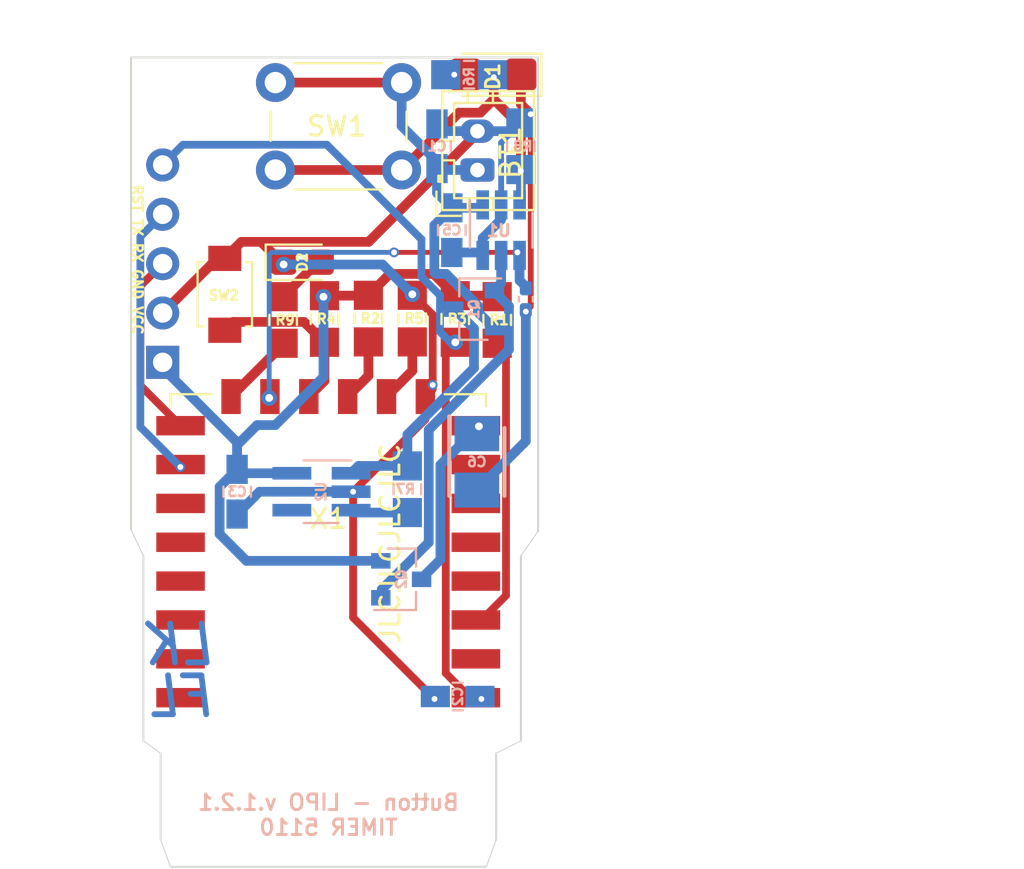
<source format=kicad_pcb>
(kicad_pcb (version 20171130) (host pcbnew "(5.1.9)-1")

  (general
    (thickness 1.6)
    (drawings 25)
    (tracks 163)
    (zones 0)
    (modules 26)
    (nets 20)
  )

  (page A4)
  (layers
    (0 F.Cu signal hide)
    (31 B.Cu signal hide)
    (32 B.Adhes user)
    (33 F.Adhes user)
    (34 B.Paste user)
    (35 F.Paste user)
    (36 B.SilkS user)
    (37 F.SilkS user)
    (38 B.Mask user)
    (39 F.Mask user)
    (40 Dwgs.User user)
    (41 Cmts.User user)
    (42 Eco1.User user)
    (43 Eco2.User user)
    (44 Edge.Cuts user)
    (45 Margin user)
    (46 B.CrtYd user hide)
    (47 F.CrtYd user hide)
    (48 B.Fab user hide)
    (49 F.Fab user)
  )

  (setup
    (last_trace_width 0.5)
    (user_trace_width 0.3)
    (user_trace_width 0.4)
    (user_trace_width 0.5)
    (trace_clearance 0.1)
    (zone_clearance 0.508)
    (zone_45_only no)
    (trace_min 0.2)
    (via_size 0.8)
    (via_drill 0.4)
    (via_min_size 0.4)
    (via_min_drill 0.3)
    (user_via 0.5 0.3)
    (uvia_size 0.3)
    (uvia_drill 0.1)
    (uvias_allowed no)
    (uvia_min_size 0.2)
    (uvia_min_drill 0.1)
    (edge_width 0.05)
    (segment_width 0.2)
    (pcb_text_width 0.3)
    (pcb_text_size 1.5 1.5)
    (mod_edge_width 0.12)
    (mod_text_size 1 1)
    (mod_text_width 0.15)
    (pad_size 1.524 1.524)
    (pad_drill 0.762)
    (pad_to_mask_clearance 0.051)
    (solder_mask_min_width 0.25)
    (aux_axis_origin 0 0)
    (visible_elements 7FFFFFFF)
    (pcbplotparams
      (layerselection 0x010fc_ffffffff)
      (usegerberextensions false)
      (usegerberattributes false)
      (usegerberadvancedattributes true)
      (creategerberjobfile false)
      (excludeedgelayer true)
      (linewidth 0.150000)
      (plotframeref false)
      (viasonmask false)
      (mode 1)
      (useauxorigin true)
      (hpglpennumber 1)
      (hpglpenspeed 20)
      (hpglpendiameter 15.000000)
      (psnegative false)
      (psa4output false)
      (plotreference true)
      (plotvalue true)
      (plotinvisibletext false)
      (padsonsilk false)
      (subtractmaskfromsilk false)
      (outputformat 1)
      (mirror false)
      (drillshape 0)
      (scaleselection 1)
      (outputdirectory "Gerber/"))
  )

  (net 0 "")
  (net 1 /VCC)
  (net 2 /GND)
  (net 3 /RST)
  (net 4 /RX)
  (net 5 /TX)
  (net 6 /EN)
  (net 7 /GPIO2)
  (net 8 /GPIO0)
  (net 9 "Net-(BT1-Pad1)")
  (net 10 /GPIO15)
  (net 11 "Net-(R7-Pad2)")
  (net 12 /GPIO4)
  (net 13 "Net-(D2-Pad2)")
  (net 14 /GPIO5)
  (net 15 "Net-(D1-Pad2)")
  (net 16 "Net-(R6-Pad2)")
  (net 17 "Net-(Q1-Pad3)")
  (net 18 "Net-(Q1-Pad1)")
  (net 19 /VCC_ESP)

  (net_class Default "This is the default net class."
    (clearance 0.1)
    (trace_width 0.25)
    (via_dia 0.8)
    (via_drill 0.4)
    (uvia_dia 0.3)
    (uvia_drill 0.1)
    (add_net /EN)
    (add_net /GND)
    (add_net /GPIO0)
    (add_net /GPIO15)
    (add_net /GPIO2)
    (add_net /GPIO4)
    (add_net /GPIO5)
    (add_net /RST)
    (add_net /RX)
    (add_net /TX)
    (add_net /VCC)
    (add_net /VCC_ESP)
    (add_net "Net-(BT1-Pad1)")
    (add_net "Net-(D1-Pad2)")
    (add_net "Net-(D2-Pad2)")
    (add_net "Net-(Q1-Pad1)")
    (add_net "Net-(Q1-Pad3)")
    (add_net "Net-(R6-Pad2)")
    (add_net "Net-(R7-Pad2)")
  )

  (module Capacitor_SMD:C_0402_1005Metric_Pad0.74x0.62mm_HandSolder (layer B.Cu) (tedit 5F6BB22C) (tstamp 6034871F)
    (at 135.89 73.152 270)
    (descr "Capacitor SMD 0402 (1005 Metric), square (rectangular) end terminal, IPC_7351 nominal with elongated pad for handsoldering. (Body size source: IPC-SM-782 page 76, https://www.pcb-3d.com/wordpress/wp-content/uploads/ipc-sm-782a_amendment_1_and_2.pdf), generated with kicad-footprint-generator")
    (tags "capacitor handsolder")
    (path /6039298F)
    (attr smd)
    (fp_text reference C4 (at 1.87452 0.01524 90) (layer B.SilkS) hide
      (effects (font (size 1 1) (thickness 0.15)) (justify mirror))
    )
    (fp_text value 10nf-100nf (at 0 -1.16 90) (layer B.Fab)
      (effects (font (size 1 1) (thickness 0.15)) (justify mirror))
    )
    (fp_text user %R (at 0 0 90) (layer B.Fab)
      (effects (font (size 0.25 0.25) (thickness 0.04)) (justify mirror))
    )
    (fp_line (start -0.5 -0.25) (end -0.5 0.25) (layer B.Fab) (width 0.1))
    (fp_line (start -0.5 0.25) (end 0.5 0.25) (layer B.Fab) (width 0.1))
    (fp_line (start 0.5 0.25) (end 0.5 -0.25) (layer B.Fab) (width 0.1))
    (fp_line (start 0.5 -0.25) (end -0.5 -0.25) (layer B.Fab) (width 0.1))
    (fp_line (start -0.115835 0.36) (end 0.115835 0.36) (layer B.SilkS) (width 0.12))
    (fp_line (start -0.115835 -0.36) (end 0.115835 -0.36) (layer B.SilkS) (width 0.12))
    (fp_line (start -1.08 -0.46) (end -1.08 0.46) (layer B.CrtYd) (width 0.05))
    (fp_line (start -1.08 0.46) (end 1.08 0.46) (layer B.CrtYd) (width 0.05))
    (fp_line (start 1.08 0.46) (end 1.08 -0.46) (layer B.CrtYd) (width 0.05))
    (fp_line (start 1.08 -0.46) (end -1.08 -0.46) (layer B.CrtYd) (width 0.05))
    (pad 2 smd roundrect (at 0.5675 0 270) (size 0.735 0.62) (layers B.Cu B.Paste B.Mask) (roundrect_rratio 0.25)
      (net 2 /GND))
    (pad 1 smd roundrect (at -0.5675 0 270) (size 0.735 0.62) (layers B.Cu B.Paste B.Mask) (roundrect_rratio 0.25)
      (net 12 /GPIO4))
    (model ${KISYS3DMOD}/Capacitor_SMD.3dshapes/C_0402_1005Metric.wrl
      (at (xyz 0 0 0))
      (scale (xyz 1 1 1))
      (rotate (xyz 0 0 0))
    )
  )

  (module handsolder:SOT-23-5_HandSolderingmod (layer B.Cu) (tedit 6035922E) (tstamp 60326955)
    (at 125.349 83.058 180)
    (descr "5-pin SOT23 package")
    (tags "SOT-23-5 hand-soldering")
    (path /602F5FBE)
    (attr smd)
    (fp_text reference U2 (at 0 0 270) (layer B.SilkS)
      (effects (font (size 0.5 0.5) (thickness 0.125)) (justify mirror))
    )
    (fp_text value AP2112K-3.3 (at 10.287 -1.143) (layer B.SilkS) hide
      (effects (font (size 1 1) (thickness 0.15)) (justify mirror))
    )
    (fp_text user %R (at 0 0 90) (layer B.Fab)
      (effects (font (size 0.5 0.5) (thickness 0.075)) (justify mirror))
    )
    (fp_line (start 2.38 -1.8) (end -2.38 -1.8) (layer B.CrtYd) (width 0.05))
    (fp_line (start 2.38 -1.8) (end 2.38 1.8) (layer B.CrtYd) (width 0.05))
    (fp_line (start -2.38 1.8) (end -2.38 -1.8) (layer B.CrtYd) (width 0.05))
    (fp_line (start -2.38 1.8) (end 2.38 1.8) (layer B.CrtYd) (width 0.05))
    (fp_line (start 0.9 1.55) (end 0.9 -1.55) (layer B.Fab) (width 0.1))
    (fp_line (start 0.9 -1.55) (end -0.9 -1.55) (layer B.Fab) (width 0.1))
    (fp_line (start -0.9 0.9) (end -0.9 -1.55) (layer B.Fab) (width 0.1))
    (fp_line (start 0.9 1.55) (end -0.25 1.55) (layer B.Fab) (width 0.1))
    (fp_line (start -0.9 0.9) (end -0.25 1.55) (layer B.Fab) (width 0.1))
    (fp_line (start 0.9 1.61) (end -1.55 1.61) (layer B.SilkS) (width 0.12))
    (fp_line (start -0.9 -1.61) (end 0.9 -1.61) (layer B.SilkS) (width 0.12))
    (pad 5 smd rect (at 1.5 0.95 180) (size 2 0.65) (layers B.Cu B.Paste B.Mask)
      (net 1 /VCC))
    (pad 4 smd rect (at 1.5 -0.95 180) (size 2 0.65) (layers B.Cu B.Paste B.Mask))
    (pad 3 smd rect (at -1.55 -0.95 180) (size 2 0.65) (layers B.Cu B.Paste B.Mask)
      (net 11 "Net-(R7-Pad2)"))
    (pad 2 smd trapezoid (at -1.55 0 180) (size 2 0.65) (layers B.Cu B.Paste B.Mask)
      (net 2 /GND))
    (pad 1 smd rect (at -1.55 0.95 180) (size 2 0.65) (layers B.Cu B.Paste B.Mask)
      (net 17 "Net-(Q1-Pad3)"))
    (model ${KISYS3DMOD}/Package_TO_SOT_SMD.3dshapes/SOT-23-5.wrl
      (at (xyz 0 0 0))
      (scale (xyz 1 1 1))
      (rotate (xyz 0 0 0))
    )
  )

  (module handsolder:SOT-23 (layer B.Cu) (tedit 6035930F) (tstamp 60357A36)
    (at 129.4765 87.5665)
    (descr "SOT-23, Standard")
    (tags SOT-23)
    (path /60357B62)
    (attr smd)
    (fp_text reference Q2 (at 0 0 -90) (layer B.SilkS)
      (effects (font (size 0.5 0.5) (thickness 0.125)) (justify mirror))
    )
    (fp_text value TSM2301ACX (at 0 -2.5) (layer B.Fab)
      (effects (font (size 1 1) (thickness 0.15)) (justify mirror))
    )
    (fp_text user %R (at 0 0 -90) (layer B.Fab)
      (effects (font (size 0.5 0.5) (thickness 0.075)) (justify mirror))
    )
    (fp_line (start 0.76 -1.58) (end -0.7 -1.58) (layer B.SilkS) (width 0.12))
    (fp_line (start 0.76 1.58) (end -1.4 1.58) (layer B.SilkS) (width 0.12))
    (fp_line (start -1.7 -1.75) (end -1.7 1.75) (layer B.CrtYd) (width 0.05))
    (fp_line (start 1.7 -1.75) (end -1.7 -1.75) (layer B.CrtYd) (width 0.05))
    (fp_line (start 1.7 1.75) (end 1.7 -1.75) (layer B.CrtYd) (width 0.05))
    (fp_line (start -1.7 1.75) (end 1.7 1.75) (layer B.CrtYd) (width 0.05))
    (fp_line (start 0.76 1.58) (end 0.76 0.65) (layer B.SilkS) (width 0.12))
    (fp_line (start 0.76 -1.58) (end 0.76 -0.65) (layer B.SilkS) (width 0.12))
    (fp_line (start -0.7 -1.52) (end 0.7 -1.52) (layer B.Fab) (width 0.1))
    (fp_line (start 0.7 1.52) (end 0.7 -1.52) (layer B.Fab) (width 0.1))
    (fp_line (start -0.7 0.95) (end -0.15 1.52) (layer B.Fab) (width 0.1))
    (fp_line (start -0.15 1.52) (end 0.7 1.52) (layer B.Fab) (width 0.1))
    (fp_line (start -0.7 0.95) (end -0.7 -1.5) (layer B.Fab) (width 0.1))
    (pad 3 smd rect (at 1.05 0) (size 1 0.8) (layers B.Cu B.Paste B.Mask)
      (net 19 /VCC_ESP))
    (pad 2 smd rect (at -1.05 -0.95) (size 1 0.8) (layers B.Cu B.Paste B.Mask)
      (net 1 /VCC))
    (pad 1 smd rect (at -1.05 0.95) (size 1 0.8) (layers B.Cu B.Paste B.Mask)
      (net 18 "Net-(Q1-Pad1)"))
    (model ${KISYS3DMOD}/Package_TO_SOT_SMD.3dshapes/SOT-23.wrl
      (at (xyz 0 0 0))
      (scale (xyz 1 1 1))
      (rotate (xyz 0 0 0))
    )
  )

  (module handsolder:SOT-23 (layer B.Cu) (tedit 6035930F) (tstamp 603506EE)
    (at 133.223 73.66 180)
    (descr "SOT-23, Standard")
    (tags SOT-23)
    (path /6036ABC4)
    (attr smd)
    (fp_text reference Q1 (at 0 0 270) (layer B.SilkS)
      (effects (font (size 0.5 0.5) (thickness 0.125)) (justify mirror))
    )
    (fp_text value TSM2301ACX (at 0 -2.5) (layer B.Fab)
      (effects (font (size 1 1) (thickness 0.15)) (justify mirror))
    )
    (fp_text user %R (at 0 0 270) (layer B.Fab)
      (effects (font (size 0.5 0.5) (thickness 0.075)) (justify mirror))
    )
    (fp_line (start 0.76 -1.58) (end -0.7 -1.58) (layer B.SilkS) (width 0.12))
    (fp_line (start 0.76 1.58) (end -1.4 1.58) (layer B.SilkS) (width 0.12))
    (fp_line (start -1.7 -1.75) (end -1.7 1.75) (layer B.CrtYd) (width 0.05))
    (fp_line (start 1.7 -1.75) (end -1.7 -1.75) (layer B.CrtYd) (width 0.05))
    (fp_line (start 1.7 1.75) (end 1.7 -1.75) (layer B.CrtYd) (width 0.05))
    (fp_line (start -1.7 1.75) (end 1.7 1.75) (layer B.CrtYd) (width 0.05))
    (fp_line (start 0.76 1.58) (end 0.76 0.65) (layer B.SilkS) (width 0.12))
    (fp_line (start 0.76 -1.58) (end 0.76 -0.65) (layer B.SilkS) (width 0.12))
    (fp_line (start -0.7 -1.52) (end 0.7 -1.52) (layer B.Fab) (width 0.1))
    (fp_line (start 0.7 1.52) (end 0.7 -1.52) (layer B.Fab) (width 0.1))
    (fp_line (start -0.7 0.95) (end -0.15 1.52) (layer B.Fab) (width 0.1))
    (fp_line (start -0.15 1.52) (end 0.7 1.52) (layer B.Fab) (width 0.1))
    (fp_line (start -0.7 0.95) (end -0.7 -1.5) (layer B.Fab) (width 0.1))
    (pad 3 smd rect (at 1.05 0 180) (size 1 0.8) (layers B.Cu B.Paste B.Mask)
      (net 17 "Net-(Q1-Pad3)"))
    (pad 2 smd rect (at -1.05 -0.95 180) (size 1 0.8) (layers B.Cu B.Paste B.Mask)
      (net 9 "Net-(BT1-Pad1)"))
    (pad 1 smd rect (at -1.05 0.95 180) (size 1 0.8) (layers B.Cu B.Paste B.Mask)
      (net 18 "Net-(Q1-Pad1)"))
    (model ${KISYS3DMOD}/Package_TO_SOT_SMD.3dshapes/SOT-23.wrl
      (at (xyz 0 0 0))
      (scale (xyz 1 1 1))
      (rotate (xyz 0 0 0))
    )
  )

  (module handsolder:C_0805_2012handsodermod (layer B.Cu) (tedit 603591CC) (tstamp 6035066D)
    (at 132.08 69.596 90)
    (descr "Capacitor SMD 0805 (2012 Metric), square (rectangular) end terminal, IPC_7351 nominal with elongated pad for handsoldering. (Body size source: https://docs.google.com/spreadsheets/d/1BsfQQcO9C6DZCsRaXUlFlo91Tg2WpOkGARC1WS5S8t0/edit?usp=sharing), generated with kicad-footprint-generator")
    (tags "capacitor handsolder")
    (path /60375EFB)
    (attr smd)
    (fp_text reference C5 (at 0 0 180) (layer B.SilkS)
      (effects (font (size 0.5 0.5) (thickness 0.125)) (justify mirror))
    )
    (fp_text value 100nF (at 0 -1.65 90) (layer B.Fab) hide
      (effects (font (size 1 1) (thickness 0.15)) (justify mirror))
    )
    (fp_text user %R (at 0 0 90) (layer B.Fab)
      (effects (font (size 0.5 0.5) (thickness 0.08)) (justify mirror))
    )
    (fp_line (start 2.05 -0.95) (end -2 -0.95) (layer B.CrtYd) (width 0.05))
    (fp_line (start 2.05 0.95) (end 2.05 -0.95) (layer B.CrtYd) (width 0.05))
    (fp_line (start -2 0.95) (end 2.05 0.95) (layer B.CrtYd) (width 0.05))
    (fp_line (start -2 -0.95) (end -2 0.95) (layer B.CrtYd) (width 0.05))
    (fp_line (start -0.261252 -0.71) (end 0.261252 -0.71) (layer B.SilkS) (width 0.12))
    (fp_line (start -0.261252 0.71) (end 0.261252 0.71) (layer B.SilkS) (width 0.12))
    (fp_line (start 1 -0.6) (end -1 -0.6) (layer B.Fab) (width 0.1))
    (fp_line (start 1 0.6) (end 1 -0.6) (layer B.Fab) (width 0.1))
    (fp_line (start -1 0.6) (end 1 0.6) (layer B.Fab) (width 0.1))
    (fp_line (start -1 -0.6) (end -1 0.6) (layer B.Fab) (width 0.1))
    (pad 2 smd rect (at 1.15 0 90) (size 1.5 1.1) (layers B.Cu B.Paste B.Mask)
      (net 9 "Net-(BT1-Pad1)"))
    (pad 1 smd rect (at -1.15 0 90) (size 1.5 1.1) (layers B.Cu B.Paste B.Mask)
      (net 2 /GND))
    (model ${KISYS3DMOD}/Capacitor_SMD.3dshapes/C_0805_2012Metric.wrl
      (at (xyz 0 0 0))
      (scale (xyz 1 1 1))
      (rotate (xyz 0 0 0))
    )
  )

  (module handsolder:C_0805_2012handsodermod (layer B.Cu) (tedit 603591CC) (tstamp 603267C3)
    (at 131.318 65.278 270)
    (descr "Capacitor SMD 0805 (2012 Metric), square (rectangular) end terminal, IPC_7351 nominal with elongated pad for handsoldering. (Body size source: https://docs.google.com/spreadsheets/d/1BsfQQcO9C6DZCsRaXUlFlo91Tg2WpOkGARC1WS5S8t0/edit?usp=sharing), generated with kicad-footprint-generator")
    (tags "capacitor handsolder")
    (path /602D0C1F)
    (attr smd)
    (fp_text reference C1 (at 0 0 180) (layer B.SilkS)
      (effects (font (size 0.5 0.5) (thickness 0.125)) (justify mirror))
    )
    (fp_text value 10uF (at 0 -1.65 90) (layer B.Fab) hide
      (effects (font (size 1 1) (thickness 0.15)) (justify mirror))
    )
    (fp_text user %R (at 0 0 90) (layer B.Fab)
      (effects (font (size 0.5 0.5) (thickness 0.08)) (justify mirror))
    )
    (fp_line (start 2.05 -0.95) (end -2 -0.95) (layer B.CrtYd) (width 0.05))
    (fp_line (start 2.05 0.95) (end 2.05 -0.95) (layer B.CrtYd) (width 0.05))
    (fp_line (start -2 0.95) (end 2.05 0.95) (layer B.CrtYd) (width 0.05))
    (fp_line (start -2 -0.95) (end -2 0.95) (layer B.CrtYd) (width 0.05))
    (fp_line (start -0.261252 -0.71) (end 0.261252 -0.71) (layer B.SilkS) (width 0.12))
    (fp_line (start -0.261252 0.71) (end 0.261252 0.71) (layer B.SilkS) (width 0.12))
    (fp_line (start 1 -0.6) (end -1 -0.6) (layer B.Fab) (width 0.1))
    (fp_line (start 1 0.6) (end 1 -0.6) (layer B.Fab) (width 0.1))
    (fp_line (start -1 0.6) (end 1 0.6) (layer B.Fab) (width 0.1))
    (fp_line (start -1 -0.6) (end -1 0.6) (layer B.Fab) (width 0.1))
    (pad 2 smd rect (at 1.15 0 270) (size 1.5 1.1) (layers B.Cu B.Paste B.Mask)
      (net 9 "Net-(BT1-Pad1)"))
    (pad 1 smd rect (at -1.15 0 270) (size 1.5 1.1) (layers B.Cu B.Paste B.Mask)
      (net 2 /GND))
    (model ${KISYS3DMOD}/Capacitor_SMD.3dshapes/C_0805_2012Metric.wrl
      (at (xyz 0 0 0))
      (scale (xyz 1 1 1))
      (rotate (xyz 0 0 0))
    )
  )

  (module handsolder:C_0805_2012handsodermod (layer B.Cu) (tedit 603591CC) (tstamp 603267E5)
    (at 121.031 83.058 90)
    (descr "Capacitor SMD 0805 (2012 Metric), square (rectangular) end terminal, IPC_7351 nominal with elongated pad for handsoldering. (Body size source: https://docs.google.com/spreadsheets/d/1BsfQQcO9C6DZCsRaXUlFlo91Tg2WpOkGARC1WS5S8t0/edit?usp=sharing), generated with kicad-footprint-generator")
    (tags "capacitor handsolder")
    (path /602E3D4A)
    (attr smd)
    (fp_text reference C3 (at 0 0 180) (layer B.SilkS)
      (effects (font (size 0.5 0.5) (thickness 0.125)) (justify mirror))
    )
    (fp_text value 10uF (at 0 -1.65 90) (layer B.Fab) hide
      (effects (font (size 1 1) (thickness 0.15)) (justify mirror))
    )
    (fp_text user %R (at 0 0 90) (layer B.Fab)
      (effects (font (size 0.5 0.5) (thickness 0.08)) (justify mirror))
    )
    (fp_line (start 2.05 -0.95) (end -2 -0.95) (layer B.CrtYd) (width 0.05))
    (fp_line (start 2.05 0.95) (end 2.05 -0.95) (layer B.CrtYd) (width 0.05))
    (fp_line (start -2 0.95) (end 2.05 0.95) (layer B.CrtYd) (width 0.05))
    (fp_line (start -2 -0.95) (end -2 0.95) (layer B.CrtYd) (width 0.05))
    (fp_line (start -0.261252 -0.71) (end 0.261252 -0.71) (layer B.SilkS) (width 0.12))
    (fp_line (start -0.261252 0.71) (end 0.261252 0.71) (layer B.SilkS) (width 0.12))
    (fp_line (start 1 -0.6) (end -1 -0.6) (layer B.Fab) (width 0.1))
    (fp_line (start 1 0.6) (end 1 -0.6) (layer B.Fab) (width 0.1))
    (fp_line (start -1 0.6) (end 1 0.6) (layer B.Fab) (width 0.1))
    (fp_line (start -1 -0.6) (end -1 0.6) (layer B.Fab) (width 0.1))
    (pad 2 smd rect (at 1.15 0 90) (size 1.5 1.1) (layers B.Cu B.Paste B.Mask)
      (net 1 /VCC))
    (pad 1 smd rect (at -1.15 0 90) (size 1.5 1.1) (layers B.Cu B.Paste B.Mask)
      (net 2 /GND))
    (model ${KISYS3DMOD}/Capacitor_SMD.3dshapes/C_0805_2012Metric.wrl
      (at (xyz 0 0 0))
      (scale (xyz 1 1 1))
      (rotate (xyz 0 0 0))
    )
  )

  (module handsolder:C_0805_2012handsodermod (layer B.Cu) (tedit 603591CC) (tstamp 603267D4)
    (at 132.3848 93.599)
    (descr "Capacitor SMD 0805 (2012 Metric), square (rectangular) end terminal, IPC_7351 nominal with elongated pad for handsoldering. (Body size source: https://docs.google.com/spreadsheets/d/1BsfQQcO9C6DZCsRaXUlFlo91Tg2WpOkGARC1WS5S8t0/edit?usp=sharing), generated with kicad-footprint-generator")
    (tags "capacitor handsolder")
    (path /602C896A)
    (attr smd)
    (fp_text reference C2 (at 0 0 -90) (layer B.SilkS)
      (effects (font (size 0.5 0.5) (thickness 0.125)) (justify mirror))
    )
    (fp_text value 100nF (at 0 -1.65) (layer B.Fab) hide
      (effects (font (size 1 1) (thickness 0.15)) (justify mirror))
    )
    (fp_text user %R (at 0 0) (layer B.Fab)
      (effects (font (size 0.5 0.5) (thickness 0.08)) (justify mirror))
    )
    (fp_line (start 2.05 -0.95) (end -2 -0.95) (layer B.CrtYd) (width 0.05))
    (fp_line (start 2.05 0.95) (end 2.05 -0.95) (layer B.CrtYd) (width 0.05))
    (fp_line (start -2 0.95) (end 2.05 0.95) (layer B.CrtYd) (width 0.05))
    (fp_line (start -2 -0.95) (end -2 0.95) (layer B.CrtYd) (width 0.05))
    (fp_line (start -0.261252 -0.71) (end 0.261252 -0.71) (layer B.SilkS) (width 0.12))
    (fp_line (start -0.261252 0.71) (end 0.261252 0.71) (layer B.SilkS) (width 0.12))
    (fp_line (start 1 -0.6) (end -1 -0.6) (layer B.Fab) (width 0.1))
    (fp_line (start 1 0.6) (end 1 -0.6) (layer B.Fab) (width 0.1))
    (fp_line (start -1 0.6) (end 1 0.6) (layer B.Fab) (width 0.1))
    (fp_line (start -1 -0.6) (end -1 0.6) (layer B.Fab) (width 0.1))
    (pad 2 smd rect (at 1.15 0) (size 1.5 1.1) (layers B.Cu B.Paste B.Mask)
      (net 3 /RST))
    (pad 1 smd rect (at -1.15 0) (size 1.5 1.1) (layers B.Cu B.Paste B.Mask)
      (net 2 /GND))
    (model ${KISYS3DMOD}/Capacitor_SMD.3dshapes/C_0805_2012Metric.wrl
      (at (xyz 0 0 0))
      (scale (xyz 1 1 1))
      (rotate (xyz 0 0 0))
    )
  )

  (module handsolder:LED_0805_2012Metric_Castellated_mod (layer F.Cu) (tedit 60359125) (tstamp 6032680B)
    (at 124.3865 71.247)
    (descr "LED SMD 0805 (2012 Metric), castellated end terminal, IPC_7351 nominal, (Body size source: https://docs.google.com/spreadsheets/d/1BsfQQcO9C6DZCsRaXUlFlo91Tg2WpOkGARC1WS5S8t0/edit?usp=sharing), generated with kicad-footprint-generator")
    (tags "LED castellated")
    (path /6032747F)
    (attr smd)
    (fp_text reference D2 (at 0 0 90) (layer F.SilkS)
      (effects (font (size 0.5 0.5) (thickness 0.125)))
    )
    (fp_text value LED (at 0 1.6 -180) (layer F.Fab)
      (effects (font (size 1 1) (thickness 0.15)))
    )
    (fp_text user %R (at 0 0 -180) (layer F.Fab)
      (effects (font (size 0.5 0.5) (thickness 0.08)))
    )
    (fp_line (start 1.88 0.9) (end -1.88 0.9) (layer F.CrtYd) (width 0.05))
    (fp_line (start 1.88 -0.9) (end 1.88 0.9) (layer F.CrtYd) (width 0.05))
    (fp_line (start -1.88 -0.9) (end 1.88 -0.9) (layer F.CrtYd) (width 0.05))
    (fp_line (start -1.88 0.9) (end -1.88 -0.9) (layer F.CrtYd) (width 0.05))
    (fp_line (start -1.885 0.91) (end 1 0.91) (layer F.SilkS) (width 0.12))
    (fp_line (start -1.885 -0.91) (end -1.885 0.91) (layer F.SilkS) (width 0.12))
    (fp_line (start 1 -0.91) (end -1.885 -0.91) (layer F.SilkS) (width 0.12))
    (fp_line (start 1 0.6) (end 1 -0.6) (layer F.Fab) (width 0.1))
    (fp_line (start -1 0.6) (end 1 0.6) (layer F.Fab) (width 0.1))
    (fp_line (start -1 -0.3) (end -1 0.6) (layer F.Fab) (width 0.1))
    (fp_line (start -0.7 -0.6) (end -1 -0.3) (layer F.Fab) (width 0.1))
    (fp_line (start 1 -0.6) (end -0.7 -0.6) (layer F.Fab) (width 0.1))
    (pad 2 smd roundrect (at 0.9625 0) (size 1.325 1.3) (layers F.Cu F.Paste F.Mask) (roundrect_rratio 0.1923076923076923)
      (net 13 "Net-(D2-Pad2)"))
    (pad 1 smd roundrect (at -0.9625 0) (size 1.325 1.3) (layers F.Cu F.Paste F.Mask) (roundrect_rratio 0.1923076923076923)
      (net 2 /GND))
    (model ${KISYS3DMOD}/LED_SMD.3dshapes/LED_0805_2012Metric_Castellated.wrl
      (at (xyz 0 0 0))
      (scale (xyz 1 1 1))
      (rotate (xyz 0 0 0))
    )
  )

  (module handsolder:R_0805_2012handsoldermod (layer F.Cu) (tedit 60358F22) (tstamp 603268F2)
    (at 123.4 74.2188 270)
    (descr "Resistor SMD 0805 (2012 Metric), square (rectangular) end terminal, IPC_7351 nominal with elongated pad for handsoldering. (Body size source: https://docs.google.com/spreadsheets/d/1BsfQQcO9C6DZCsRaXUlFlo91Tg2WpOkGARC1WS5S8t0/edit?usp=sharing), generated with kicad-footprint-generator")
    (tags "resistor handsolder")
    (path /60325E7B)
    (attr smd)
    (fp_text reference R9 (at 0 -0.1) (layer F.SilkS)
      (effects (font (size 0.5 0.5) (thickness 0.125)))
    )
    (fp_text value 1k (at 0 1.65 90) (layer F.Fab) hide
      (effects (font (size 1 1) (thickness 0.15)))
    )
    (fp_text user %R (at 0 0 90) (layer F.Fab)
      (effects (font (size 0.5 0.5) (thickness 0.08)))
    )
    (fp_line (start 2.05 0.95) (end -2.05 0.95) (layer F.CrtYd) (width 0.05))
    (fp_line (start 2.05 -0.95) (end 2.05 0.95) (layer F.CrtYd) (width 0.05))
    (fp_line (start -2.05 -0.95) (end 2.05 -0.95) (layer F.CrtYd) (width 0.05))
    (fp_line (start -2.05 0.95) (end -2.05 -0.95) (layer F.CrtYd) (width 0.05))
    (fp_line (start -0.261252 0.71) (end 0.261252 0.71) (layer F.SilkS) (width 0.12))
    (fp_line (start -0.261252 -0.71) (end 0.261252 -0.71) (layer F.SilkS) (width 0.12))
    (fp_line (start 1 0.6) (end -1 0.6) (layer F.Fab) (width 0.1))
    (fp_line (start 1 -0.6) (end 1 0.6) (layer F.Fab) (width 0.1))
    (fp_line (start -1 -0.6) (end 1 -0.6) (layer F.Fab) (width 0.1))
    (fp_line (start -1 0.6) (end -1 -0.6) (layer F.Fab) (width 0.1))
    (pad 2 smd rect (at 1.2 0 270) (size 1.5 1.5) (layers F.Cu F.Paste F.Mask)
      (net 14 /GPIO5))
    (pad 1 smd rect (at -1.2 0 270) (size 1.5 1.5) (layers F.Cu F.Paste F.Mask)
      (net 13 "Net-(D2-Pad2)"))
    (model ${KISYS3DMOD}/Resistor_SMD.3dshapes/R_0805_2012Metric.wrl
      (at (xyz 0 0 0))
      (scale (xyz 1 1 1))
      (rotate (xyz 0 0 0))
    )
  )

  (module handsolder:R_0805_2012handsoldermod (layer B.Cu) (tedit 60358F22) (tstamp 603507BF)
    (at 129.794 82.931 270)
    (descr "Resistor SMD 0805 (2012 Metric), square (rectangular) end terminal, IPC_7351 nominal with elongated pad for handsoldering. (Body size source: https://docs.google.com/spreadsheets/d/1BsfQQcO9C6DZCsRaXUlFlo91Tg2WpOkGARC1WS5S8t0/edit?usp=sharing), generated with kicad-footprint-generator")
    (tags "resistor handsolder")
    (path /60373816)
    (attr smd)
    (fp_text reference R7 (at 0 0.1 180) (layer B.SilkS)
      (effects (font (size 0.5 0.5) (thickness 0.125)) (justify mirror))
    )
    (fp_text value 100k (at 0 -1.65 90) (layer B.Fab) hide
      (effects (font (size 1 1) (thickness 0.15)) (justify mirror))
    )
    (fp_text user %R (at 0 0 90) (layer B.Fab)
      (effects (font (size 0.5 0.5) (thickness 0.08)) (justify mirror))
    )
    (fp_line (start 2.05 -0.95) (end -2.05 -0.95) (layer B.CrtYd) (width 0.05))
    (fp_line (start 2.05 0.95) (end 2.05 -0.95) (layer B.CrtYd) (width 0.05))
    (fp_line (start -2.05 0.95) (end 2.05 0.95) (layer B.CrtYd) (width 0.05))
    (fp_line (start -2.05 -0.95) (end -2.05 0.95) (layer B.CrtYd) (width 0.05))
    (fp_line (start -0.261252 -0.71) (end 0.261252 -0.71) (layer B.SilkS) (width 0.12))
    (fp_line (start -0.261252 0.71) (end 0.261252 0.71) (layer B.SilkS) (width 0.12))
    (fp_line (start 1 -0.6) (end -1 -0.6) (layer B.Fab) (width 0.1))
    (fp_line (start 1 0.6) (end 1 -0.6) (layer B.Fab) (width 0.1))
    (fp_line (start -1 0.6) (end 1 0.6) (layer B.Fab) (width 0.1))
    (fp_line (start -1 -0.6) (end -1 0.6) (layer B.Fab) (width 0.1))
    (pad 2 smd rect (at 1.2 0 270) (size 1.5 1.5) (layers B.Cu B.Paste B.Mask)
      (net 11 "Net-(R7-Pad2)"))
    (pad 1 smd rect (at -1.2 0 270) (size 1.5 1.5) (layers B.Cu B.Paste B.Mask)
      (net 17 "Net-(Q1-Pad3)"))
    (model ${KISYS3DMOD}/Resistor_SMD.3dshapes/R_0805_2012Metric.wrl
      (at (xyz 0 0 0))
      (scale (xyz 1 1 1))
      (rotate (xyz 0 0 0))
    )
  )

  (module handsolder:R_0805_2012handsoldermod (layer B.Cu) (tedit 60358F22) (tstamp 603268E1)
    (at 135.636 65.278 90)
    (descr "Resistor SMD 0805 (2012 Metric), square (rectangular) end terminal, IPC_7351 nominal with elongated pad for handsoldering. (Body size source: https://docs.google.com/spreadsheets/d/1BsfQQcO9C6DZCsRaXUlFlo91Tg2WpOkGARC1WS5S8t0/edit?usp=sharing), generated with kicad-footprint-generator")
    (tags "resistor handsolder")
    (path /6031EA78)
    (attr smd)
    (fp_text reference R8 (at 0 0.1 180) (layer B.SilkS)
      (effects (font (size 0.5 0.5) (thickness 0.125)) (justify mirror))
    )
    (fp_text value 10k (at 0 -1.65 90) (layer B.Fab) hide
      (effects (font (size 1 1) (thickness 0.15)) (justify mirror))
    )
    (fp_text user %R (at 0 0 90) (layer B.Fab)
      (effects (font (size 0.5 0.5) (thickness 0.08)) (justify mirror))
    )
    (fp_line (start 2.05 -0.95) (end -2.05 -0.95) (layer B.CrtYd) (width 0.05))
    (fp_line (start 2.05 0.95) (end 2.05 -0.95) (layer B.CrtYd) (width 0.05))
    (fp_line (start -2.05 0.95) (end 2.05 0.95) (layer B.CrtYd) (width 0.05))
    (fp_line (start -2.05 -0.95) (end -2.05 0.95) (layer B.CrtYd) (width 0.05))
    (fp_line (start -0.261252 -0.71) (end 0.261252 -0.71) (layer B.SilkS) (width 0.12))
    (fp_line (start -0.261252 0.71) (end 0.261252 0.71) (layer B.SilkS) (width 0.12))
    (fp_line (start 1 -0.6) (end -1 -0.6) (layer B.Fab) (width 0.1))
    (fp_line (start 1 0.6) (end 1 -0.6) (layer B.Fab) (width 0.1))
    (fp_line (start -1 0.6) (end 1 0.6) (layer B.Fab) (width 0.1))
    (fp_line (start -1 -0.6) (end -1 0.6) (layer B.Fab) (width 0.1))
    (pad 2 smd rect (at 1.2 0 90) (size 1.5 1.5) (layers B.Cu B.Paste B.Mask)
      (net 2 /GND))
    (pad 1 smd rect (at -1.2 0 90) (size 1.5 1.5) (layers B.Cu B.Paste B.Mask)
      (net 16 "Net-(R6-Pad2)"))
    (model ${KISYS3DMOD}/Resistor_SMD.3dshapes/R_0805_2012Metric.wrl
      (at (xyz 0 0 0))
      (scale (xyz 1 1 1))
      (rotate (xyz 0 0 0))
    )
  )

  (module handsolder:R_0805_2012handsoldermod (layer B.Cu) (tedit 60358F22) (tstamp 603268BF)
    (at 132.969 61.595)
    (descr "Resistor SMD 0805 (2012 Metric), square (rectangular) end terminal, IPC_7351 nominal with elongated pad for handsoldering. (Body size source: https://docs.google.com/spreadsheets/d/1BsfQQcO9C6DZCsRaXUlFlo91Tg2WpOkGARC1WS5S8t0/edit?usp=sharing), generated with kicad-footprint-generator")
    (tags "resistor handsolder")
    (path /602D454A)
    (attr smd)
    (fp_text reference R6 (at 0 0.1 -90) (layer B.SilkS)
      (effects (font (size 0.5 0.5) (thickness 0.125)) (justify mirror))
    )
    (fp_text value 1k (at 0 -1.65) (layer B.Fab) hide
      (effects (font (size 1 1) (thickness 0.15)) (justify mirror))
    )
    (fp_text user %R (at 0 0) (layer B.Fab)
      (effects (font (size 0.5 0.5) (thickness 0.08)) (justify mirror))
    )
    (fp_line (start 2.05 -0.95) (end -2.05 -0.95) (layer B.CrtYd) (width 0.05))
    (fp_line (start 2.05 0.95) (end 2.05 -0.95) (layer B.CrtYd) (width 0.05))
    (fp_line (start -2.05 0.95) (end 2.05 0.95) (layer B.CrtYd) (width 0.05))
    (fp_line (start -2.05 -0.95) (end -2.05 0.95) (layer B.CrtYd) (width 0.05))
    (fp_line (start -0.261252 -0.71) (end 0.261252 -0.71) (layer B.SilkS) (width 0.12))
    (fp_line (start -0.261252 0.71) (end 0.261252 0.71) (layer B.SilkS) (width 0.12))
    (fp_line (start 1 -0.6) (end -1 -0.6) (layer B.Fab) (width 0.1))
    (fp_line (start 1 0.6) (end 1 -0.6) (layer B.Fab) (width 0.1))
    (fp_line (start -1 0.6) (end 1 0.6) (layer B.Fab) (width 0.1))
    (fp_line (start -1 -0.6) (end -1 0.6) (layer B.Fab) (width 0.1))
    (pad 2 smd rect (at 1.2 0) (size 1.5 1.5) (layers B.Cu B.Paste B.Mask)
      (net 16 "Net-(R6-Pad2)"))
    (pad 1 smd rect (at -1.2 0) (size 1.5 1.5) (layers B.Cu B.Paste B.Mask)
      (net 15 "Net-(D1-Pad2)"))
    (model ${KISYS3DMOD}/Resistor_SMD.3dshapes/R_0805_2012Metric.wrl
      (at (xyz 0 0 0))
      (scale (xyz 1 1 1))
      (rotate (xyz 0 0 0))
    )
  )

  (module handsolder:R_0805_2012handsoldermod (layer F.Cu) (tedit 60358F22) (tstamp 603268AE)
    (at 130.048 74.1488 270)
    (descr "Resistor SMD 0805 (2012 Metric), square (rectangular) end terminal, IPC_7351 nominal with elongated pad for handsoldering. (Body size source: https://docs.google.com/spreadsheets/d/1BsfQQcO9C6DZCsRaXUlFlo91Tg2WpOkGARC1WS5S8t0/edit?usp=sharing), generated with kicad-footprint-generator")
    (tags "resistor handsolder")
    (path /602CA91E)
    (attr smd)
    (fp_text reference R5 (at 0 -0.1) (layer F.SilkS)
      (effects (font (size 0.5 0.5) (thickness 0.125)))
    )
    (fp_text value 4.7k (at 0 1.65 90) (layer F.Fab) hide
      (effects (font (size 1 1) (thickness 0.15)))
    )
    (fp_text user %R (at 0 0 90) (layer F.Fab)
      (effects (font (size 0.5 0.5) (thickness 0.08)))
    )
    (fp_line (start 2.05 0.95) (end -2.05 0.95) (layer F.CrtYd) (width 0.05))
    (fp_line (start 2.05 -0.95) (end 2.05 0.95) (layer F.CrtYd) (width 0.05))
    (fp_line (start -2.05 -0.95) (end 2.05 -0.95) (layer F.CrtYd) (width 0.05))
    (fp_line (start -2.05 0.95) (end -2.05 -0.95) (layer F.CrtYd) (width 0.05))
    (fp_line (start -0.261252 0.71) (end 0.261252 0.71) (layer F.SilkS) (width 0.12))
    (fp_line (start -0.261252 -0.71) (end 0.261252 -0.71) (layer F.SilkS) (width 0.12))
    (fp_line (start 1 0.6) (end -1 0.6) (layer F.Fab) (width 0.1))
    (fp_line (start 1 -0.6) (end 1 0.6) (layer F.Fab) (width 0.1))
    (fp_line (start -1 -0.6) (end 1 -0.6) (layer F.Fab) (width 0.1))
    (fp_line (start -1 0.6) (end -1 -0.6) (layer F.Fab) (width 0.1))
    (pad 2 smd rect (at 1.2 0 270) (size 1.5 1.5) (layers F.Cu F.Paste F.Mask)
      (net 10 /GPIO15))
    (pad 1 smd rect (at -1.2 0 270) (size 1.5 1.5) (layers F.Cu F.Paste F.Mask)
      (net 2 /GND))
    (model ${KISYS3DMOD}/Resistor_SMD.3dshapes/R_0805_2012Metric.wrl
      (at (xyz 0 0 0))
      (scale (xyz 1 1 1))
      (rotate (xyz 0 0 0))
    )
  )

  (module handsolder:R_0805_2012handsoldermod (layer F.Cu) (tedit 60358F22) (tstamp 6032689D)
    (at 125.5268 74.168 270)
    (descr "Resistor SMD 0805 (2012 Metric), square (rectangular) end terminal, IPC_7351 nominal with elongated pad for handsoldering. (Body size source: https://docs.google.com/spreadsheets/d/1BsfQQcO9C6DZCsRaXUlFlo91Tg2WpOkGARC1WS5S8t0/edit?usp=sharing), generated with kicad-footprint-generator")
    (tags "resistor handsolder")
    (path /602CA541)
    (attr smd)
    (fp_text reference R4 (at 0 -0.1) (layer F.SilkS)
      (effects (font (size 0.5 0.5) (thickness 0.125)))
    )
    (fp_text value 10k (at 0 1.65 90) (layer F.Fab) hide
      (effects (font (size 1 1) (thickness 0.15)))
    )
    (fp_text user %R (at 0 0 90) (layer F.Fab)
      (effects (font (size 0.5 0.5) (thickness 0.08)))
    )
    (fp_line (start 2.05 0.95) (end -2.05 0.95) (layer F.CrtYd) (width 0.05))
    (fp_line (start 2.05 -0.95) (end 2.05 0.95) (layer F.CrtYd) (width 0.05))
    (fp_line (start -2.05 -0.95) (end 2.05 -0.95) (layer F.CrtYd) (width 0.05))
    (fp_line (start -2.05 0.95) (end -2.05 -0.95) (layer F.CrtYd) (width 0.05))
    (fp_line (start -0.261252 0.71) (end 0.261252 0.71) (layer F.SilkS) (width 0.12))
    (fp_line (start -0.261252 -0.71) (end 0.261252 -0.71) (layer F.SilkS) (width 0.12))
    (fp_line (start 1 0.6) (end -1 0.6) (layer F.Fab) (width 0.1))
    (fp_line (start 1 -0.6) (end 1 0.6) (layer F.Fab) (width 0.1))
    (fp_line (start -1 -0.6) (end 1 -0.6) (layer F.Fab) (width 0.1))
    (fp_line (start -1 0.6) (end -1 -0.6) (layer F.Fab) (width 0.1))
    (pad 2 smd rect (at 1.2 0 270) (size 1.5 1.5) (layers F.Cu F.Paste F.Mask)
      (net 8 /GPIO0))
    (pad 1 smd rect (at -1.2 0 270) (size 1.5 1.5) (layers F.Cu F.Paste F.Mask)
      (net 1 /VCC))
    (model ${KISYS3DMOD}/Resistor_SMD.3dshapes/R_0805_2012Metric.wrl
      (at (xyz 0 0 0))
      (scale (xyz 1 1 1))
      (rotate (xyz 0 0 0))
    )
  )

  (module handsolder:R_0805_2012handsoldermod (layer F.Cu) (tedit 60358F22) (tstamp 6032688C)
    (at 132.2578 74.168 270)
    (descr "Resistor SMD 0805 (2012 Metric), square (rectangular) end terminal, IPC_7351 nominal with elongated pad for handsoldering. (Body size source: https://docs.google.com/spreadsheets/d/1BsfQQcO9C6DZCsRaXUlFlo91Tg2WpOkGARC1WS5S8t0/edit?usp=sharing), generated with kicad-footprint-generator")
    (tags "resistor handsolder")
    (path /602C7954)
    (attr smd)
    (fp_text reference R3 (at 0 -0.1) (layer F.SilkS)
      (effects (font (size 0.5 0.5) (thickness 0.125)))
    )
    (fp_text value 10k (at 0 1.65 90) (layer F.Fab) hide
      (effects (font (size 1 1) (thickness 0.15)))
    )
    (fp_text user %R (at 0 0 90) (layer F.Fab)
      (effects (font (size 0.5 0.5) (thickness 0.08)))
    )
    (fp_line (start 2.05 0.95) (end -2.05 0.95) (layer F.CrtYd) (width 0.05))
    (fp_line (start 2.05 -0.95) (end 2.05 0.95) (layer F.CrtYd) (width 0.05))
    (fp_line (start -2.05 -0.95) (end 2.05 -0.95) (layer F.CrtYd) (width 0.05))
    (fp_line (start -2.05 0.95) (end -2.05 -0.95) (layer F.CrtYd) (width 0.05))
    (fp_line (start -0.261252 0.71) (end 0.261252 0.71) (layer F.SilkS) (width 0.12))
    (fp_line (start -0.261252 -0.71) (end 0.261252 -0.71) (layer F.SilkS) (width 0.12))
    (fp_line (start 1 0.6) (end -1 0.6) (layer F.Fab) (width 0.1))
    (fp_line (start 1 -0.6) (end 1 0.6) (layer F.Fab) (width 0.1))
    (fp_line (start -1 -0.6) (end 1 -0.6) (layer F.Fab) (width 0.1))
    (fp_line (start -1 0.6) (end -1 -0.6) (layer F.Fab) (width 0.1))
    (pad 2 smd rect (at 1.2 0 270) (size 1.5 1.5) (layers F.Cu F.Paste F.Mask)
      (net 3 /RST))
    (pad 1 smd rect (at -1.2 0 270) (size 1.5 1.5) (layers F.Cu F.Paste F.Mask)
      (net 1 /VCC))
    (model ${KISYS3DMOD}/Resistor_SMD.3dshapes/R_0805_2012Metric.wrl
      (at (xyz 0 0 0))
      (scale (xyz 1 1 1))
      (rotate (xyz 0 0 0))
    )
  )

  (module handsolder:R_0805_2012handsoldermod (layer F.Cu) (tedit 60358F22) (tstamp 6032687B)
    (at 127.7874 74.1488 270)
    (descr "Resistor SMD 0805 (2012 Metric), square (rectangular) end terminal, IPC_7351 nominal with elongated pad for handsoldering. (Body size source: https://docs.google.com/spreadsheets/d/1BsfQQcO9C6DZCsRaXUlFlo91Tg2WpOkGARC1WS5S8t0/edit?usp=sharing), generated with kicad-footprint-generator")
    (tags "resistor handsolder")
    (path /602CC605)
    (attr smd)
    (fp_text reference R2 (at 0 -0.1) (layer F.SilkS)
      (effects (font (size 0.5 0.5) (thickness 0.125)))
    )
    (fp_text value 10k (at 0 1.65 90) (layer F.Fab) hide
      (effects (font (size 1 1) (thickness 0.15)))
    )
    (fp_text user %R (at 0 0 90) (layer F.Fab)
      (effects (font (size 0.5 0.5) (thickness 0.08)))
    )
    (fp_line (start 2.05 0.95) (end -2.05 0.95) (layer F.CrtYd) (width 0.05))
    (fp_line (start 2.05 -0.95) (end 2.05 0.95) (layer F.CrtYd) (width 0.05))
    (fp_line (start -2.05 -0.95) (end 2.05 -0.95) (layer F.CrtYd) (width 0.05))
    (fp_line (start -2.05 0.95) (end -2.05 -0.95) (layer F.CrtYd) (width 0.05))
    (fp_line (start -0.261252 0.71) (end 0.261252 0.71) (layer F.SilkS) (width 0.12))
    (fp_line (start -0.261252 -0.71) (end 0.261252 -0.71) (layer F.SilkS) (width 0.12))
    (fp_line (start 1 0.6) (end -1 0.6) (layer F.Fab) (width 0.1))
    (fp_line (start 1 -0.6) (end 1 0.6) (layer F.Fab) (width 0.1))
    (fp_line (start -1 -0.6) (end 1 -0.6) (layer F.Fab) (width 0.1))
    (fp_line (start -1 0.6) (end -1 -0.6) (layer F.Fab) (width 0.1))
    (pad 2 smd rect (at 1.2 0 270) (size 1.5 1.5) (layers F.Cu F.Paste F.Mask)
      (net 7 /GPIO2))
    (pad 1 smd rect (at -1.2 0 270) (size 1.5 1.5) (layers F.Cu F.Paste F.Mask)
      (net 1 /VCC))
    (model ${KISYS3DMOD}/Resistor_SMD.3dshapes/R_0805_2012Metric.wrl
      (at (xyz 0 0 0))
      (scale (xyz 1 1 1))
      (rotate (xyz 0 0 0))
    )
  )

  (module handsolder:R_0805_2012handsoldermod (layer F.Cu) (tedit 60358F22) (tstamp 6032686A)
    (at 134.4168 74.2188 270)
    (descr "Resistor SMD 0805 (2012 Metric), square (rectangular) end terminal, IPC_7351 nominal with elongated pad for handsoldering. (Body size source: https://docs.google.com/spreadsheets/d/1BsfQQcO9C6DZCsRaXUlFlo91Tg2WpOkGARC1WS5S8t0/edit?usp=sharing), generated with kicad-footprint-generator")
    (tags "resistor handsolder")
    (path /602C727C)
    (attr smd)
    (fp_text reference R1 (at 0 -0.1) (layer F.SilkS)
      (effects (font (size 0.5 0.5) (thickness 0.125)))
    )
    (fp_text value 10k (at 0 1.65 90) (layer F.Fab) hide
      (effects (font (size 1 1) (thickness 0.15)))
    )
    (fp_text user %R (at 0 0 90) (layer F.Fab)
      (effects (font (size 0.5 0.5) (thickness 0.08)))
    )
    (fp_line (start 2.05 0.95) (end -2.05 0.95) (layer F.CrtYd) (width 0.05))
    (fp_line (start 2.05 -0.95) (end 2.05 0.95) (layer F.CrtYd) (width 0.05))
    (fp_line (start -2.05 -0.95) (end 2.05 -0.95) (layer F.CrtYd) (width 0.05))
    (fp_line (start -2.05 0.95) (end -2.05 -0.95) (layer F.CrtYd) (width 0.05))
    (fp_line (start -0.261252 0.71) (end 0.261252 0.71) (layer F.SilkS) (width 0.12))
    (fp_line (start -0.261252 -0.71) (end 0.261252 -0.71) (layer F.SilkS) (width 0.12))
    (fp_line (start 1 0.6) (end -1 0.6) (layer F.Fab) (width 0.1))
    (fp_line (start 1 -0.6) (end 1 0.6) (layer F.Fab) (width 0.1))
    (fp_line (start -1 -0.6) (end 1 -0.6) (layer F.Fab) (width 0.1))
    (fp_line (start -1 0.6) (end -1 -0.6) (layer F.Fab) (width 0.1))
    (pad 2 smd rect (at 1.2 0 270) (size 1.5 1.5) (layers F.Cu F.Paste F.Mask)
      (net 6 /EN))
    (pad 1 smd rect (at -1.2 0 270) (size 1.5 1.5) (layers F.Cu F.Paste F.Mask)
      (net 1 /VCC))
    (model ${KISYS3DMOD}/Resistor_SMD.3dshapes/R_0805_2012Metric.wrl
      (at (xyz 0 0 0))
      (scale (xyz 1 1 1))
      (rotate (xyz 0 0 0))
    )
  )

  (module SamacSys_Parts:CAPPM3528X210N (layer B.Cu) (tedit 60362B51) (tstamp 60368EFD)
    (at 133.37032 81.52384 270)
    (descr "CASE B")
    (tags "Capacitor Polarised")
    (path /60363F81)
    (attr smd)
    (fp_text reference C6 (at 0 0 180) (layer B.SilkS)
      (effects (font (size 0.5 0.5) (thickness 0.125)) (justify mirror))
    )
    (fp_text value TAJB476M010TNJ (at 0 0 90) (layer B.SilkS) hide
      (effects (font (size 1.27 1.27) (thickness 0.254)) (justify mirror))
    )
    (fp_text user %R (at 0 0 90) (layer B.Fab)
      (effects (font (size 1.27 1.27) (thickness 0.254)) (justify mirror))
    )
    (fp_line (start -1.75 -1.425) (end 1.75 -1.425) (layer B.SilkS) (width 0.2))
    (fp_line (start 1.75 1.425) (end -2.35 1.425) (layer B.SilkS) (width 0.2))
    (fp_line (start -1.75 0.525) (end -0.85 1.425) (layer B.Fab) (width 0.1))
    (fp_line (start -1.75 -1.425) (end -1.75 1.425) (layer B.Fab) (width 0.1))
    (fp_line (start 1.75 -1.425) (end -1.75 -1.425) (layer B.Fab) (width 0.1))
    (fp_line (start 1.75 1.425) (end 1.75 -1.425) (layer B.Fab) (width 0.1))
    (fp_line (start -1.75 1.425) (end 1.75 1.425) (layer B.Fab) (width 0.1))
    (fp_line (start -2.6 -1.75) (end -2.6 1.75) (layer B.CrtYd) (width 0.05))
    (fp_line (start 2.6 -1.75) (end -2.6 -1.75) (layer B.CrtYd) (width 0.05))
    (fp_line (start 2.6 1.75) (end 2.6 -1.75) (layer B.CrtYd) (width 0.05))
    (fp_line (start -2.6 1.75) (end 2.6 1.75) (layer B.CrtYd) (width 0.05))
    (pad 2 smd rect (at 1.45 0 270) (size 1.8 2.3) (layers B.Cu B.Paste B.Mask)
      (net 2 /GND))
    (pad 1 smd rect (at -1.45 0 270) (size 1.8 2.3) (layers B.Cu B.Paste B.Mask)
      (net 19 /VCC_ESP))
    (model "C:\\Program Files\\KiCad\\SamacSys_Parts.3dshapes\\TAJB476M010TNJ.stp"
      (at (xyz 0 0 0))
      (scale (xyz 1 1 1))
      (rotate (xyz 0 0 0))
    )
  )

  (module handsolder:SW_SPST_B3U-1000P_mod (layer F.Cu) (tedit 60353A91) (tstamp 6032692A)
    (at 120.396 72.898 90)
    (descr "Ultra-small-sized Tactile Switch with High Contact Reliability, Top-actuated Model, without Ground Terminal, without Boss")
    (tags "Tactile Switch")
    (path /602CDBD4)
    (attr smd)
    (fp_text reference SW2 (at -0.05 -0.05) (layer F.SilkS)
      (effects (font (size 0.5 0.5) (thickness 0.125)))
    )
    (fp_text value SW_Push (at 0 2.5 90) (layer F.Fab)
      (effects (font (size 1 1) (thickness 0.15)))
    )
    (fp_circle (center 0 0) (end 0.75 0) (layer F.Fab) (width 0.1))
    (fp_line (start -1.5 1.25) (end -1.5 -1.25) (layer F.Fab) (width 0.1))
    (fp_line (start 1.5 1.25) (end -1.5 1.25) (layer F.Fab) (width 0.1))
    (fp_line (start 1.5 -1.25) (end 1.5 1.25) (layer F.Fab) (width 0.1))
    (fp_line (start -1.5 -1.25) (end 1.5 -1.25) (layer F.Fab) (width 0.1))
    (fp_line (start 1.65 -1.4) (end 1.65 -1.1) (layer F.SilkS) (width 0.12))
    (fp_line (start -1.65 -1.4) (end 1.65 -1.4) (layer F.SilkS) (width 0.12))
    (fp_line (start -1.65 -1.1) (end -1.65 -1.4) (layer F.SilkS) (width 0.12))
    (fp_line (start 1.65 1.4) (end 1.65 1.1) (layer F.SilkS) (width 0.12))
    (fp_line (start -1.65 1.4) (end 1.65 1.4) (layer F.SilkS) (width 0.12))
    (fp_line (start -1.65 1.1) (end -1.65 1.4) (layer F.SilkS) (width 0.12))
    (fp_line (start -2.5 -1.65) (end -2.5 1.65) (layer F.CrtYd) (width 0.05))
    (fp_line (start 2.5 -1.65) (end -2.5 -1.65) (layer F.CrtYd) (width 0.05))
    (fp_line (start 2.5 1.65) (end 2.5 -1.65) (layer F.CrtYd) (width 0.05))
    (fp_line (start -2.5 1.65) (end 2.5 1.65) (layer F.CrtYd) (width 0.05))
    (fp_text user %R (at 0 -2.5 90) (layer F.Fab)
      (effects (font (size 1 1) (thickness 0.15)))
    )
    (pad 2 smd rect (at 1.85 0 90) (size 1.3 1.7) (layers F.Cu F.Paste F.Mask)
      (net 2 /GND))
    (pad 1 smd rect (at -1.85 0 90) (size 1.3 1.7) (layers F.Cu F.Paste F.Mask)
      (net 8 /GPIO0))
    (model ${KISYS3DMOD}/Button_Switch_SMD.3dshapes/SW_SPST_B3U-1000P.wrl
      (at (xyz 0 0 0))
      (scale (xyz 1 1 1))
      (rotate (xyz 0 0 0))
    )
  )

  (module handsolder:SW_PUSH_6mm_H8mm_mod (layer F.Cu) (tedit 60353762) (tstamp 60326911)
    (at 123 62)
    (descr "tactile push button, 6x6mm e.g. PHAP33xx series, height=8mm")
    (tags "tact sw push 6mm")
    (path /602CFCB7)
    (fp_text reference SW1 (at 3.15 2.25) (layer F.SilkS)
      (effects (font (size 1 1) (thickness 0.15)))
    )
    (fp_text value SW_Push (at 3.75 6.7) (layer F.Fab)
      (effects (font (size 1 1) (thickness 0.15)))
    )
    (fp_circle (center 3.25 2.25) (end 1.25 2.5) (layer F.Fab) (width 0.1))
    (fp_line (start 6.75 3) (end 6.75 1.5) (layer F.SilkS) (width 0.12))
    (fp_line (start 5.5 -1) (end 1 -1) (layer F.SilkS) (width 0.12))
    (fp_line (start -0.25 1.5) (end -0.25 3) (layer F.SilkS) (width 0.12))
    (fp_line (start 1 5.5) (end 5.5 5.5) (layer F.SilkS) (width 0.12))
    (fp_line (start 8 -1.25) (end 8 5.75) (layer F.CrtYd) (width 0.05))
    (fp_line (start 7.75 6) (end -1.25 6) (layer F.CrtYd) (width 0.05))
    (fp_line (start -1.5 5.75) (end -1.5 -1.25) (layer F.CrtYd) (width 0.05))
    (fp_line (start -1.25 -1.5) (end 7.75 -1.5) (layer F.CrtYd) (width 0.05))
    (fp_line (start -1.5 6) (end -1.25 6) (layer F.CrtYd) (width 0.05))
    (fp_line (start -1.5 5.75) (end -1.5 6) (layer F.CrtYd) (width 0.05))
    (fp_line (start -1.5 -1.5) (end -1.25 -1.5) (layer F.CrtYd) (width 0.05))
    (fp_line (start -1.5 -1.25) (end -1.5 -1.5) (layer F.CrtYd) (width 0.05))
    (fp_line (start 8 -1.5) (end 8 -1.25) (layer F.CrtYd) (width 0.05))
    (fp_line (start 7.75 -1.5) (end 8 -1.5) (layer F.CrtYd) (width 0.05))
    (fp_line (start 8 6) (end 8 5.75) (layer F.CrtYd) (width 0.05))
    (fp_line (start 7.75 6) (end 8 6) (layer F.CrtYd) (width 0.05))
    (fp_line (start 0.25 -0.75) (end 3.25 -0.75) (layer F.Fab) (width 0.1))
    (fp_line (start 0.25 5.25) (end 0.25 -0.75) (layer F.Fab) (width 0.1))
    (fp_line (start 6.25 5.25) (end 0.25 5.25) (layer F.Fab) (width 0.1))
    (fp_line (start 6.25 -0.75) (end 6.25 5.25) (layer F.Fab) (width 0.1))
    (fp_line (start 3.25 -0.75) (end 6.25 -0.75) (layer F.Fab) (width 0.1))
    (fp_text user %R (at 3.25 2.25) (layer F.Fab)
      (effects (font (size 1 1) (thickness 0.15)))
    )
    (pad 1 thru_hole circle (at 6.5 0 90) (size 2 2) (drill 1.1) (layers *.Cu *.Mask)
      (net 9 "Net-(BT1-Pad1)"))
    (pad 2 thru_hole circle (at 6.5 4.5 90) (size 2 2) (drill 1.1) (layers *.Cu *.Mask)
      (net 16 "Net-(R6-Pad2)"))
    (pad 1 thru_hole circle (at 0 0 90) (size 2 2) (drill 1.1) (layers *.Cu *.Mask)
      (net 9 "Net-(BT1-Pad1)"))
    (pad 2 thru_hole circle (at 0 4.5 90) (size 2 2) (drill 1.1) (layers *.Cu *.Mask)
      (net 16 "Net-(R6-Pad2)"))
    (model ${KISYS3DMOD}/Button_Switch_THT.3dshapes/SW_PUSH_6mm_H8mm.wrl
      (at (xyz 0 0 0))
      (scale (xyz 1 1 1))
      (rotate (xyz 0 0 0))
    )
  )

  (module handsolder:PinSocket_1x05_P2.54mm_Vertical_mod (layer F.Cu) (tedit 603537B0) (tstamp 60326824)
    (at 117.2 76.4 180)
    (descr "Through hole straight socket strip, 1x05, 2.54mm pitch, single row (from Kicad 4.0.7), script generated")
    (tags "Through hole socket strip THT 1x05 2.54mm single row")
    (path /60301345)
    (fp_text reference J1 (at 0 -2.77) (layer F.SilkS) hide
      (effects (font (size 1 1) (thickness 0.15)))
    )
    (fp_text value Conn_01x05_Female (at 0 12.93) (layer F.Fab)
      (effects (font (size 1 1) (thickness 0.15)))
    )
    (fp_line (start -1.8 11.9) (end -1.8 -1.8) (layer F.CrtYd) (width 0.05))
    (fp_line (start 1.75 11.9) (end -1.8 11.9) (layer F.CrtYd) (width 0.05))
    (fp_line (start 1.75 -1.8) (end 1.75 11.9) (layer F.CrtYd) (width 0.05))
    (fp_line (start -1.8 -1.8) (end 1.75 -1.8) (layer F.CrtYd) (width 0.05))
    (fp_line (start -1.27 11.43) (end -1.27 -1.27) (layer F.Fab) (width 0.1))
    (fp_line (start 1.27 11.43) (end -1.27 11.43) (layer F.Fab) (width 0.1))
    (fp_line (start 1.27 -0.635) (end 1.27 11.43) (layer F.Fab) (width 0.1))
    (fp_line (start 0.635 -1.27) (end 1.27 -0.635) (layer F.Fab) (width 0.1))
    (fp_line (start -1.27 -1.27) (end 0.635 -1.27) (layer F.Fab) (width 0.1))
    (fp_text user %R (at 0 5.08 90) (layer F.Fab)
      (effects (font (size 1 1) (thickness 0.15)))
    )
    (pad 5 thru_hole oval (at 0 10.16 180) (size 1.7 1.7) (drill 1) (layers *.Cu *.Mask)
      (net 3 /RST))
    (pad 4 thru_hole oval (at 0 7.62 180) (size 1.7 1.7) (drill 1) (layers *.Cu *.Mask)
      (net 5 /TX))
    (pad 3 thru_hole oval (at 0 5.08 180) (size 1.7 1.7) (drill 1) (layers *.Cu *.Mask)
      (net 4 /RX))
    (pad 2 thru_hole oval (at 0 2.54 180) (size 1.7 1.7) (drill 1) (layers *.Cu *.Mask)
      (net 2 /GND))
    (pad 1 thru_hole rect (at 0 0 180) (size 1.7 1.7) (drill 1) (layers *.Cu *.Mask)
      (net 1 /VCC))
    (model ${KISYS3DMOD}/Connector_PinSocket_2.54mm.3dshapes/PinSocket_1x05_P2.54mm_Vertical.wrl
      (at (xyz 0 0 0))
      (scale (xyz 1 1 1))
      (rotate (xyz 0 0 0))
    )
  )

  (module handsolder:ESP-12Elesssilk (layer F.Cu) (tedit 60343770) (tstamp 603269A6)
    (at 125.72 90.16 180)
    (descr "Wi-Fi Module, http://wiki.ai-thinker.com/_media/esp8266/docs/aithinker_esp_12f_datasheet_en.pdf")
    (tags "Wi-Fi Module")
    (path /602C0443)
    (attr smd)
    (fp_text reference X1 (at 0 5.715 180) (layer F.SilkS)
      (effects (font (size 1 1) (thickness 0.15)))
    )
    (fp_text value ESP-12E (at -0.06 -12.78 180) (layer F.Fab)
      (effects (font (size 1 1) (thickness 0.15)))
    )
    (fp_line (start 5.56 -4.8) (end 8.12 -7.36) (layer Dwgs.User) (width 0.12))
    (fp_line (start 2.56 -4.8) (end 8.12 -10.36) (layer Dwgs.User) (width 0.12))
    (fp_line (start -0.44 -4.8) (end 6.88 -12.12) (layer Dwgs.User) (width 0.12))
    (fp_line (start -3.44 -4.8) (end 3.88 -12.12) (layer Dwgs.User) (width 0.12))
    (fp_line (start -6.44 -4.8) (end 0.88 -12.12) (layer Dwgs.User) (width 0.12))
    (fp_line (start -8.12 -6.12) (end -2.12 -12.12) (layer Dwgs.User) (width 0.12))
    (fp_line (start -8.12 -9.12) (end -5.12 -12.12) (layer Dwgs.User) (width 0.12))
    (fp_line (start -8.12 -4.8) (end -8.12 -12.12) (layer Dwgs.User) (width 0.12))
    (fp_line (start 8.12 -4.8) (end -8.12 -4.8) (layer Dwgs.User) (width 0.12))
    (fp_line (start 8.12 -12.12) (end 8.12 -4.8) (layer Dwgs.User) (width 0.12))
    (fp_line (start -8.12 -12.12) (end 8.12 -12.12) (layer Dwgs.User) (width 0.12))
    (fp_line (start -8.12 12.12) (end -8.12 11.5) (layer F.SilkS) (width 0.12))
    (fp_line (start -6 12.12) (end -8.12 12.12) (layer F.SilkS) (width 0.12))
    (fp_line (start 8.12 12.12) (end 6 12.12) (layer F.SilkS) (width 0.12))
    (fp_line (start 8.12 11.5) (end 8.12 12.12) (layer F.SilkS) (width 0.12))
    (fp_line (start -9.05 13.1) (end -9.05 -12.2) (layer F.CrtYd) (width 0.05))
    (fp_line (start 9.05 13.1) (end -9.05 13.1) (layer F.CrtYd) (width 0.05))
    (fp_line (start 9.05 -12.2) (end 9.05 13.1) (layer F.CrtYd) (width 0.05))
    (fp_line (start -9.05 -12.2) (end 9.05 -12.2) (layer F.CrtYd) (width 0.05))
    (fp_line (start -8 -4) (end -8 -12) (layer F.Fab) (width 0.12))
    (fp_line (start -7.5 -3.5) (end -8 -4) (layer F.Fab) (width 0.12))
    (fp_line (start -8 -3) (end -7.5 -3.5) (layer F.Fab) (width 0.12))
    (fp_line (start -8 12) (end -8 -3) (layer F.Fab) (width 0.12))
    (fp_line (start 8 12) (end -8 12) (layer F.Fab) (width 0.12))
    (fp_line (start 8 -12) (end 8 12) (layer F.Fab) (width 0.12))
    (fp_line (start -8 -12) (end 8 -12) (layer F.Fab) (width 0.12))
    (fp_text user %R (at 0.49 -0.8 180) (layer F.Fab)
      (effects (font (size 1 1) (thickness 0.15)))
    )
    (fp_text user "KEEP-OUT ZONE" (at 0.03 -9.55) (layer Cmts.User)
      (effects (font (size 1 1) (thickness 0.15)))
    )
    (fp_text user Antenna (at -0.06 -7) (layer Cmts.User)
      (effects (font (size 1 1) (thickness 0.15)))
    )
    (pad 22 smd rect (at 7.6 -3.5 180) (size 2.5 1) (layers F.Cu F.Paste F.Mask))
    (pad 21 smd rect (at 7.6 -1.5 180) (size 2.5 1) (layers F.Cu F.Paste F.Mask))
    (pad 20 smd rect (at 7.6 0.5 180) (size 2.5 1) (layers F.Cu F.Paste F.Mask))
    (pad 19 smd rect (at 7.6 2.5 180) (size 2.5 1) (layers F.Cu F.Paste F.Mask))
    (pad 18 smd rect (at 7.6 4.5 180) (size 2.5 1) (layers F.Cu F.Paste F.Mask))
    (pad 17 smd rect (at 7.6 6.5 180) (size 2.5 1) (layers F.Cu F.Paste F.Mask))
    (pad 16 smd rect (at 7.6 8.5 180) (size 2.5 1) (layers F.Cu F.Paste F.Mask)
      (net 5 /TX))
    (pad 15 smd rect (at 7.6 10.5 180) (size 2.5 1) (layers F.Cu F.Paste F.Mask)
      (net 4 /RX))
    (pad 14 smd rect (at 5 12 180) (size 1 1.8) (layers F.Cu F.Paste F.Mask)
      (net 14 /GPIO5))
    (pad 13 smd rect (at 3 12 180) (size 1 1.8) (layers F.Cu F.Paste F.Mask)
      (net 12 /GPIO4))
    (pad 12 smd rect (at 1 12 180) (size 1 1.8) (layers F.Cu F.Paste F.Mask)
      (net 8 /GPIO0))
    (pad 11 smd rect (at -1 12 180) (size 1 1.8) (layers F.Cu F.Paste F.Mask)
      (net 7 /GPIO2))
    (pad 10 smd rect (at -3 12 180) (size 1 1.8) (layers F.Cu F.Paste F.Mask)
      (net 10 /GPIO15))
    (pad 9 smd rect (at -5 12 180) (size 1 1.8) (layers F.Cu F.Paste F.Mask)
      (net 2 /GND))
    (pad 8 smd rect (at -7.6 10.5 180) (size 2.5 1) (layers F.Cu F.Paste F.Mask)
      (net 19 /VCC_ESP))
    (pad 7 smd rect (at -7.6 8.5 180) (size 2.5 1) (layers F.Cu F.Paste F.Mask))
    (pad 6 smd rect (at -7.6 6.5 180) (size 2.5 1) (layers F.Cu F.Paste F.Mask))
    (pad 5 smd rect (at -7.6 4.5 180) (size 2.5 1) (layers F.Cu F.Paste F.Mask))
    (pad 4 smd rect (at -7.6 2.5 180) (size 2.5 1) (layers F.Cu F.Paste F.Mask))
    (pad 3 smd rect (at -7.6 0.5 180) (size 2.5 1) (layers F.Cu F.Paste F.Mask)
      (net 6 /EN))
    (pad 2 smd rect (at -7.6 -1.5 180) (size 2.5 1) (layers F.Cu F.Paste F.Mask))
    (pad 1 smd rect (at -7.6 -3.5 180) (size 2.5 1) (layers F.Cu F.Paste F.Mask)
      (net 3 /RST))
    (model ${KISYS3DMOD}/RF_Module.3dshapes/ESP-12E.wrl
      (at (xyz 0 0 0))
      (scale (xyz 1 1 1))
      (rotate (xyz 0 0 0))
    )
  )

  (module handsolder:SOT-23-6handsoldering (layer B.Cu) (tedit 600C9A10) (tstamp 60350881)
    (at 134.62 69.596 270)
    (descr "6-pin SOT-23 package")
    (tags SOT-23-6)
    (path /60365430)
    (attr smd)
    (fp_text reference U1 (at 0.024 0.12 180) (layer B.SilkS)
      (effects (font (size 0.6 0.6) (thickness 0.15)) (justify mirror))
    )
    (fp_text value TPL5110 (at 0 -2.9 90) (layer B.Fab)
      (effects (font (size 1 1) (thickness 0.15)) (justify mirror))
    )
    (fp_line (start -0.9 -1.61) (end 0.9 -1.61) (layer B.SilkS) (width 0.12))
    (fp_line (start 0.9 1.61) (end -1.55 1.61) (layer B.SilkS) (width 0.12))
    (fp_line (start 1.9 1.8) (end -1.9 1.8) (layer B.CrtYd) (width 0.05))
    (fp_line (start 1.9 -1.8) (end 1.9 1.8) (layer B.CrtYd) (width 0.05))
    (fp_line (start -1.9 -1.8) (end 1.9 -1.8) (layer B.CrtYd) (width 0.05))
    (fp_line (start -1.9 1.8) (end -1.9 -1.8) (layer B.CrtYd) (width 0.05))
    (fp_line (start -0.9 0.9) (end -0.25 1.55) (layer B.Fab) (width 0.1))
    (fp_line (start 0.9 1.55) (end -0.25 1.55) (layer B.Fab) (width 0.1))
    (fp_line (start -0.9 0.9) (end -0.9 -1.55) (layer B.Fab) (width 0.1))
    (fp_line (start 0.9 -1.55) (end -0.9 -1.55) (layer B.Fab) (width 0.1))
    (fp_line (start 0.9 1.55) (end 0.9 -1.55) (layer B.Fab) (width 0.1))
    (fp_text user %R (at 0 0) (layer B.Fab)
      (effects (font (size 0.5 0.5) (thickness 0.075)) (justify mirror))
    )
    (pad 5 smd rect (at 1.3 0 270) (size 1.5 0.65) (layers B.Cu B.Paste B.Mask)
      (net 18 "Net-(Q1-Pad1)"))
    (pad 6 smd rect (at 1.3 0.95 270) (size 1.5 0.65) (layers B.Cu B.Paste B.Mask)
      (net 2 /GND))
    (pad 4 smd rect (at 1.3 -0.95 270) (size 1.5 0.65) (layers B.Cu B.Paste B.Mask)
      (net 12 /GPIO4))
    (pad 3 smd rect (at -1.3 -0.95 270) (size 1.5 0.65) (layers B.Cu B.Paste B.Mask)
      (net 16 "Net-(R6-Pad2)"))
    (pad 2 smd rect (at -1.3 0 270) (size 1.5 0.65) (layers B.Cu B.Paste B.Mask)
      (net 2 /GND))
    (pad 1 smd rect (at -1.3 0.95 270) (size 1.5 0.65) (layers B.Cu B.Paste B.Mask)
      (net 9 "Net-(BT1-Pad1)"))
    (model ${KISYS3DMOD}/Package_TO_SOT_SMD.3dshapes/SOT-23-6.wrl
      (at (xyz 0 0 0))
      (scale (xyz 1 1 1))
      (rotate (xyz 0 0 0))
    )
  )

  (module Connector_JST:JST_PH_B2B-PH-K_1x02_P2.00mm_Vertical (layer F.Cu) (tedit 5B7745C2) (tstamp 60326788)
    (at 133.4 66.5 90)
    (descr "JST PH series connector, B2B-PH-K (http://www.jst-mfg.com/product/pdf/eng/ePH.pdf), generated with kicad-footprint-generator")
    (tags "connector JST PH side entry")
    (path /602C3B33)
    (fp_text reference BT1 (at 0.9 1.7 -90) (layer F.SilkS)
      (effects (font (size 1 1) (thickness 0.15)))
    )
    (fp_text value Battery_Cell (at 1 4 -90) (layer F.Fab)
      (effects (font (size 1 1) (thickness 0.15)))
    )
    (fp_line (start -2.06 -1.81) (end -2.06 2.91) (layer F.SilkS) (width 0.12))
    (fp_line (start -2.06 2.91) (end 4.06 2.91) (layer F.SilkS) (width 0.12))
    (fp_line (start 4.06 2.91) (end 4.06 -1.81) (layer F.SilkS) (width 0.12))
    (fp_line (start 4.06 -1.81) (end -2.06 -1.81) (layer F.SilkS) (width 0.12))
    (fp_line (start -0.3 -1.81) (end -0.3 -2.01) (layer F.SilkS) (width 0.12))
    (fp_line (start -0.3 -2.01) (end -0.6 -2.01) (layer F.SilkS) (width 0.12))
    (fp_line (start -0.6 -2.01) (end -0.6 -1.81) (layer F.SilkS) (width 0.12))
    (fp_line (start -0.3 -1.91) (end -0.6 -1.91) (layer F.SilkS) (width 0.12))
    (fp_line (start 0.5 -1.81) (end 0.5 -1.2) (layer F.SilkS) (width 0.12))
    (fp_line (start 0.5 -1.2) (end -1.45 -1.2) (layer F.SilkS) (width 0.12))
    (fp_line (start -1.45 -1.2) (end -1.45 2.3) (layer F.SilkS) (width 0.12))
    (fp_line (start -1.45 2.3) (end 3.45 2.3) (layer F.SilkS) (width 0.12))
    (fp_line (start 3.45 2.3) (end 3.45 -1.2) (layer F.SilkS) (width 0.12))
    (fp_line (start 3.45 -1.2) (end 1.5 -1.2) (layer F.SilkS) (width 0.12))
    (fp_line (start 1.5 -1.2) (end 1.5 -1.81) (layer F.SilkS) (width 0.12))
    (fp_line (start -2.06 -0.5) (end -1.45 -0.5) (layer F.SilkS) (width 0.12))
    (fp_line (start -2.06 0.8) (end -1.45 0.8) (layer F.SilkS) (width 0.12))
    (fp_line (start 4.06 -0.5) (end 3.45 -0.5) (layer F.SilkS) (width 0.12))
    (fp_line (start 4.06 0.8) (end 3.45 0.8) (layer F.SilkS) (width 0.12))
    (fp_line (start 0.9 2.3) (end 0.9 1.8) (layer F.SilkS) (width 0.12))
    (fp_line (start 0.9 1.8) (end 1.1 1.8) (layer F.SilkS) (width 0.12))
    (fp_line (start 1.1 1.8) (end 1.1 2.3) (layer F.SilkS) (width 0.12))
    (fp_line (start 1 2.3) (end 1 1.8) (layer F.SilkS) (width 0.12))
    (fp_line (start -1.11 -2.11) (end -2.36 -2.11) (layer F.SilkS) (width 0.12))
    (fp_line (start -2.36 -2.11) (end -2.36 -0.86) (layer F.SilkS) (width 0.12))
    (fp_line (start -1.11 -2.11) (end -2.36 -2.11) (layer F.Fab) (width 0.1))
    (fp_line (start -2.36 -2.11) (end -2.36 -0.86) (layer F.Fab) (width 0.1))
    (fp_line (start -1.95 -1.7) (end -1.95 2.8) (layer F.Fab) (width 0.1))
    (fp_line (start -1.95 2.8) (end 3.95 2.8) (layer F.Fab) (width 0.1))
    (fp_line (start 3.95 2.8) (end 3.95 -1.7) (layer F.Fab) (width 0.1))
    (fp_line (start 3.95 -1.7) (end -1.95 -1.7) (layer F.Fab) (width 0.1))
    (fp_line (start -2.45 -2.2) (end -2.45 3.3) (layer F.CrtYd) (width 0.05))
    (fp_line (start -2.45 3.3) (end 4.45 3.3) (layer F.CrtYd) (width 0.05))
    (fp_line (start 4.45 3.3) (end 4.45 -2.2) (layer F.CrtYd) (width 0.05))
    (fp_line (start 4.45 -2.2) (end -2.45 -2.2) (layer F.CrtYd) (width 0.05))
    (fp_text user %R (at 1 1.5 -90) (layer F.Fab)
      (effects (font (size 1 1) (thickness 0.15)))
    )
    (pad 2 thru_hole oval (at 2 0 90) (size 1.2 1.75) (drill 0.75) (layers *.Cu *.Mask)
      (net 2 /GND))
    (pad 1 thru_hole roundrect (at 0 0 90) (size 1.2 1.75) (drill 0.75) (layers *.Cu *.Mask) (roundrect_rratio 0.208333)
      (net 9 "Net-(BT1-Pad1)"))
    (model ${KISYS3DMOD}/Connector_JST.3dshapes/JST_PH_B2B-PH-K_1x02_P2.00mm_Vertical.wrl
      (at (xyz 0 0 0))
      (scale (xyz 1 1 1))
      (rotate (xyz 0 0 0))
    )
  )

  (module LED_SMD:LED_1206_3216Metric_Castellated (layer F.Cu) (tedit 5F68FEF1) (tstamp 603267F8)
    (at 134.211 61.595 180)
    (descr "LED SMD 1206 (3216 Metric), castellated end terminal, IPC_7351 nominal, (Body size source: http://www.tortai-tech.com/upload/download/2011102023233369053.pdf), generated with kicad-footprint-generator")
    (tags "LED castellated")
    (path /602D28D1)
    (attr smd)
    (fp_text reference D1 (at 0.0176 -0.0922 90) (layer F.SilkS)
      (effects (font (size 0.7 0.7) (thickness 0.15)))
    )
    (fp_text value LED (at 0 1.78) (layer F.Fab)
      (effects (font (size 1 1) (thickness 0.15)))
    )
    (fp_line (start 1.6 -0.8) (end -1.2 -0.8) (layer F.Fab) (width 0.1))
    (fp_line (start -1.2 -0.8) (end -1.6 -0.4) (layer F.Fab) (width 0.1))
    (fp_line (start -1.6 -0.4) (end -1.6 0.8) (layer F.Fab) (width 0.1))
    (fp_line (start -1.6 0.8) (end 1.6 0.8) (layer F.Fab) (width 0.1))
    (fp_line (start 1.6 0.8) (end 1.6 -0.8) (layer F.Fab) (width 0.1))
    (fp_line (start 1.6 -1.085) (end -2.485 -1.085) (layer F.SilkS) (width 0.12))
    (fp_line (start -2.485 -1.085) (end -2.485 1.085) (layer F.SilkS) (width 0.12))
    (fp_line (start -2.485 1.085) (end 1.6 1.085) (layer F.SilkS) (width 0.12))
    (fp_line (start -2.48 1.08) (end -2.48 -1.08) (layer F.CrtYd) (width 0.05))
    (fp_line (start -2.48 -1.08) (end 2.48 -1.08) (layer F.CrtYd) (width 0.05))
    (fp_line (start 2.48 -1.08) (end 2.48 1.08) (layer F.CrtYd) (width 0.05))
    (fp_line (start 2.48 1.08) (end -2.48 1.08) (layer F.CrtYd) (width 0.05))
    (fp_text user %R (at 0 0) (layer F.Fab)
      (effects (font (size 0.8 0.8) (thickness 0.12)))
    )
    (pad 2 smd roundrect (at 1.425 0 180) (size 1.6 1.65) (layers F.Cu F.Paste F.Mask) (roundrect_rratio 0.15625)
      (net 15 "Net-(D1-Pad2)"))
    (pad 1 smd roundrect (at -1.425 0 180) (size 1.6 1.65) (layers F.Cu F.Paste F.Mask) (roundrect_rratio 0.15625)
      (net 2 /GND))
    (model ${KISYS3DMOD}/LED_SMD.3dshapes/LED_1206_3216Metric_Castellated.wrl
      (at (xyz 0 0 0))
      (scale (xyz 1 1 1))
      (rotate (xyz 0 0 0))
    )
  )

  (dimension 41.783 (width 0.15) (layer Dwgs.User)
    (gr_text "41.783 mm" (at 112.492 81.534 270) (layer Dwgs.User)
      (effects (font (size 1 1) (thickness 0.15)))
    )
    (feature1 (pts (xy 113.792 102.4255) (xy 113.205579 102.4255)))
    (feature2 (pts (xy 113.792 60.6425) (xy 113.205579 60.6425)))
    (crossbar (pts (xy 113.792 60.6425) (xy 113.792 102.4255)))
    (arrow1a (pts (xy 113.792 102.4255) (xy 113.205579 101.298996)))
    (arrow1b (pts (xy 113.792 102.4255) (xy 114.378421 101.298996)))
    (arrow2a (pts (xy 113.792 60.6425) (xy 113.205579 61.769004)))
    (arrow2b (pts (xy 113.792 60.6425) (xy 114.378421 61.769004)))
  )
  (dimension 21.336094 (width 0.15) (layer Dwgs.User)
    (gr_text "21.336 mm" (at 126.051636 61.048046 0.1705226498) (layer Dwgs.User)
      (effects (font (size 1 1) (thickness 0.15)))
    )
    (feature1 (pts (xy 136.7155 59.6265) (xy 136.717513 60.30272)))
    (feature2 (pts (xy 115.3795 59.69) (xy 115.381513 60.36622)))
    (crossbar (pts (xy 115.379767 59.779802) (xy 136.715767 59.716302)))
    (arrow1a (pts (xy 136.715767 59.716302) (xy 135.591014 60.306073)))
    (arrow1b (pts (xy 136.715767 59.716302) (xy 135.587523 59.133237)))
    (arrow2a (pts (xy 115.379767 59.779802) (xy 116.508011 60.362867)))
    (arrow2b (pts (xy 115.379767 59.779802) (xy 116.50452 59.190031)))
  )
  (gr_text LK (at 118.11 90.932) (layer B.Cu) (tstamp 603440A4)
    (effects (font (size 2 2) (thickness 0.3) italic) (justify mirror))
  )
  (gr_text "V1.2.3\nONLY LIPO\nTIMER TPL5110" (at 149.86 69.088) (layer F.Fab)
    (effects (font (size 2 2) (thickness 0.3)))
  )
  (gr_text "RST TX RX GND VCC" (at 115.9 71.12 270) (layer F.SilkS)
    (effects (font (size 0.5 0.5) (thickness 0.125)))
  )
  (gr_line (start 115.57 60.706) (end 136.525 60.706) (layer Edge.Cuts) (width 0.1) (tstamp 60329047))
  (gr_line (start 133.858 102.362) (end 134.366 100.965) (layer Edge.Cuts) (width 0.05) (tstamp 60328FAC))
  (gr_line (start 117.094 100.965) (end 117.602 102.362) (layer Edge.Cuts) (width 0.05) (tstamp 60328FAB))
  (gr_line (start 134.366 96.52) (end 135.636 95.885) (layer Edge.Cuts) (width 0.05) (tstamp 60328ED2))
  (gr_line (start 134.366 96.52) (end 134.366 100.965) (layer Edge.Cuts) (width 0.1) (tstamp 60328EC5))
  (gr_line (start 136.525 85.09) (end 135.636 86.36) (layer Edge.Cuts) (width 0.05) (tstamp 60328EB9))
  (gr_line (start 135.636 86.36) (end 135.636 95.885) (layer Edge.Cuts) (width 0.1) (tstamp 60328EAB))
  (gr_line (start 136.525 80.645) (end 136.525 85.09) (layer Edge.Cuts) (width 0.1) (tstamp 60328E6D))
  (gr_line (start 136.525 78.105) (end 136.525 80.645) (layer Edge.Cuts) (width 0.1) (tstamp 60328E03))
  (gr_line (start 116.205 95.885) (end 117.094 96.52) (layer Edge.Cuts) (width 0.05) (tstamp 60328C85))
  (gr_line (start 116.205 95.885) (end 116.205 86.36) (layer Edge.Cuts) (width 0.1) (tstamp 60328C83))
  (gr_line (start 115.57 85) (end 116.205 86.36) (layer Edge.Cuts) (width 0.05) (tstamp 60328C79))
  (gr_line (start 115.57 85) (end 115.57 84) (layer Edge.Cuts) (width 0.1) (tstamp 60328C75))
  (gr_line (start 115.57 84) (end 115.57 60.706) (layer Edge.Cuts) (width 0.1) (tstamp 60328C73))
  (gr_text FL (at 118.237 93.599) (layer B.Cu)
    (effects (font (size 2 2) (thickness 0.3) italic) (justify mirror))
  )
  (gr_text "Button - LIPO v.1.2.1\nTIMER 5110" (at 125.73 99.695) (layer B.SilkS)
    (effects (font (size 0.8 0.8) (thickness 0.15)) (justify mirror))
  )
  (gr_text JLCJLCJLCJLC (at 128.905 85.725 90) (layer F.SilkS)
    (effects (font (size 1 1) (thickness 0.15)))
  )
  (gr_line (start 136.525 60.706) (end 136.525 78.105) (layer Edge.Cuts) (width 0.1))
  (gr_line (start 117.094 100.965) (end 117.094 96.52) (layer Edge.Cuts) (width 0.1))
  (gr_line (start 133.858 102.362) (end 117.602 102.362) (layer Edge.Cuts) (width 0.1))

  (via (at 125.476 73.025) (size 0.8) (drill 0.4) (layers F.Cu B.Cu) (net 1) (status 30))
  (segment (start 121.231 82.108) (end 121.031 81.908) (width 0.5) (layer B.Cu) (net 1) (status 30))
  (segment (start 123.849 82.108) (end 121.231 82.108) (width 0.5) (layer B.Cu) (net 1) (status 30))
  (segment (start 121.031 81.908) (end 121.031 80.658) (width 0.5) (layer B.Cu) (net 1) (status 10))
  (segment (start 121.031 80.658) (end 122.06 79.629) (width 0.5) (layer B.Cu) (net 1))
  (segment (start 127.7682 72.968) (end 127.7874 72.9488) (width 0.5) (layer F.Cu) (net 1) (status 30))
  (segment (start 125.5268 72.968) (end 127.7682 72.968) (width 0.5) (layer F.Cu) (net 1) (status 30))
  (segment (start 131.138599 71.848799) (end 132.2578 72.968) (width 0.5) (layer F.Cu) (net 1) (status 20))
  (segment (start 128.887401 71.848799) (end 131.138599 71.848799) (width 0.5) (layer F.Cu) (net 1))
  (segment (start 127.7874 72.9488) (end 128.887401 71.848799) (width 0.5) (layer F.Cu) (net 1) (status 10))
  (segment (start 134.366 72.968) (end 134.4168 73.0188) (width 0.5) (layer F.Cu) (net 1) (status 30))
  (segment (start 132.2578 72.968) (end 134.366 72.968) (width 0.5) (layer F.Cu) (net 1) (status 30))
  (segment (start 117.2 76.4) (end 117.2 76.687) (width 0.5) (layer B.Cu) (net 1) (status 30))
  (segment (start 121.031 80.518) (end 121.031 81.908) (width 0.5) (layer B.Cu) (net 1) (status 20))
  (segment (start 117.2 76.687) (end 121.031 80.518) (width 0.5) (layer B.Cu) (net 1) (status 10))
  (segment (start 122.06 79.629) (end 122.9995 79.629) (width 0.5) (layer B.Cu) (net 1))
  (segment (start 125.476 77.1525) (end 125.476 73.025) (width 0.5) (layer B.Cu) (net 1))
  (segment (start 122.9995 79.629) (end 125.476 77.1525) (width 0.5) (layer B.Cu) (net 1))
  (segment (start 121.509498 86.6165) (end 128.4765 86.6165) (width 0.5) (layer B.Cu) (net 1) (status 20))
  (segment (start 120.130999 85.238001) (end 121.509498 86.6165) (width 0.5) (layer B.Cu) (net 1))
  (segment (start 120.130999 82.808001) (end 120.130999 85.238001) (width 0.5) (layer B.Cu) (net 1))
  (segment (start 121.031 81.908) (end 120.130999 82.808001) (width 0.5) (layer B.Cu) (net 1) (status 10))
  (via (at 136.144 63.627) (size 0.5) (drill 0.3) (layers F.Cu B.Cu) (net 2) (status 30))
  (segment (start 133.52 70.746) (end 133.67 70.896) (width 0.5) (layer B.Cu) (net 2) (status 30))
  (segment (start 132.08 70.746) (end 133.52 70.746) (width 0.5) (layer B.Cu) (net 2) (status 30))
  (segment (start 133.67 70.001002) (end 133.67 70.896) (width 0.5) (layer B.Cu) (net 2) (status 20))
  (segment (start 134.62 69.051002) (end 133.67 70.001002) (width 0.5) (layer B.Cu) (net 2))
  (segment (start 134.62 68.296) (end 134.62 69.051002) (width 0.5) (layer B.Cu) (net 2) (status 10))
  (segment (start 134.62 68.296) (end 134.62501 68.29099) (width 0.5) (layer B.Cu) (net 2) (status 30))
  (segment (start 131.69 64.5) (end 131.318 64.128) (width 0.5) (layer B.Cu) (net 2) (status 30))
  (segment (start 133.4 64.5) (end 131.69 64.5) (width 0.5) (layer B.Cu) (net 2) (status 30))
  (segment (start 135.214 64.5) (end 135.636 64.078) (width 0.5) (layer B.Cu) (net 2) (status 30))
  (segment (start 133.4 64.5) (end 135.214 64.5) (width 0.5) (layer B.Cu) (net 2) (status 30))
  (segment (start 134.62 65.094) (end 135.636 64.078) (width 0.3) (layer B.Cu) (net 2) (status 20))
  (segment (start 134.62 68.296) (end 134.62 65.094) (width 0.3) (layer B.Cu) (net 2) (status 10))
  (segment (start 122.181 83.058) (end 121.031 84.208) (width 0.5) (layer B.Cu) (net 2) (status 20))
  (segment (start 126.899 83.058) (end 122.181 83.058) (width 0.5) (layer B.Cu) (net 2) (status 10))
  (segment (start 135.636 63.119) (end 136.12499 63.60799) (width 0.5) (layer F.Cu) (net 2))
  (segment (start 135.636 61.595) (end 135.636 63.119) (width 0.5) (layer F.Cu) (net 2) (status 10))
  (via (at 130.048 72.898) (size 0.8) (drill 0.4) (layers F.Cu B.Cu) (net 2) (status 30))
  (segment (start 136.144 63.627) (end 136.144 73.533) (width 0.3) (layer F.Cu) (net 2))
  (segment (start 136.144 73.533) (end 135.89 73.787) (width 0.3) (layer F.Cu) (net 2))
  (via (at 135.89 73.787) (size 0.5) (drill 0.3) (layers F.Cu B.Cu) (net 2) (status 30))
  (segment (start 131.098001 77.781999) (end 130.72 78.16) (width 0.4) (layer F.Cu) (net 2) (status 30))
  (segment (start 131.098001 73.948001) (end 131.098001 77.562999) (width 0.4) (layer F.Cu) (net 2) (status 20))
  (segment (start 130.048 72.898) (end 131.098001 73.948001) (width 0.4) (layer F.Cu) (net 2) (status 10))
  (segment (start 131.098001 77.562999) (end 131.098001 77.781999) (width 0.4) (layer F.Cu) (net 2) (tstamp 60351B4C) (status 30))
  (via (at 131.098001 77.562999) (size 0.5) (drill 0.3) (layers F.Cu B.Cu) (net 2) (status 30))
  (segment (start 130.72 78.16) (end 130.72 79.338) (width 0.4) (layer F.Cu) (net 2) (status 10))
  (segment (start 130.72 79.338) (end 127 83.058) (width 0.4) (layer F.Cu) (net 2))
  (via (at 127 83.058) (size 0.5) (drill 0.3) (layers F.Cu B.Cu) (net 2) (status 30))
  (segment (start 133.4 64.598002) (end 133.4 64.5) (width 0.5) (layer F.Cu) (net 2) (status 30))
  (segment (start 127.800002 70.198) (end 133.4 64.598002) (width 0.5) (layer F.Cu) (net 2) (status 20))
  (via (at 131.191 93.726) (size 0.5) (drill 0.3) (layers F.Cu B.Cu) (net 2) (status 30))
  (segment (start 127 83.058) (end 127 89.535) (width 0.4) (layer F.Cu) (net 2))
  (segment (start 127 89.535) (end 131.191 93.726) (width 0.4) (layer F.Cu) (net 2))
  (via (at 123.424 71.36401) (size 0.8) (drill 0.4) (layers F.Cu B.Cu) (net 2) (status 30))
  (segment (start 122.25799 70.198) (end 123.424 71.36401) (width 0.5) (layer F.Cu) (net 2) (status 20))
  (segment (start 130.048 72.898) (end 128.51401 71.36401) (width 0.5) (layer B.Cu) (net 2))
  (segment (start 128.51401 71.36401) (end 123.424 71.36401) (width 0.5) (layer B.Cu) (net 2))
  (segment (start 121.246 70.198) (end 120.396 71.048) (width 0.5) (layer F.Cu) (net 2) (status 20))
  (segment (start 127.800002 70.198) (end 121.246 70.198) (width 0.5) (layer F.Cu) (net 2))
  (segment (start 120.012 71.048) (end 117.2 73.86) (width 0.5) (layer F.Cu) (net 2) (status 30))
  (segment (start 120.396 71.048) (end 120.012 71.048) (width 0.5) (layer F.Cu) (net 2) (status 30))
  (segment (start 135.89 80.45416) (end 135.89 73.802) (width 0.5) (layer B.Cu) (net 2) (status 20))
  (segment (start 133.37032 82.97384) (end 135.89 80.45416) (width 0.5) (layer B.Cu) (net 2) (status 10))
  (via (at 133.604 93.726) (size 0.5) (drill 0.3) (layers F.Cu B.Cu) (net 3) (status 30))
  (segment (start 133.029998 93.66) (end 133.32 93.66) (width 0.4) (layer F.Cu) (net 3) (status 30))
  (segment (start 131.769999 92.400001) (end 133.029998 93.66) (width 0.4) (layer F.Cu) (net 3) (status 20))
  (segment (start 131.769999 75.855801) (end 131.769999 92.400001) (width 0.4) (layer F.Cu) (net 3) (status 10))
  (segment (start 132.2578 75.368) (end 131.769999 75.855801) (width 0.4) (layer F.Cu) (net 3) (tstamp 60351BC1) (status 30))
  (via (at 132.2578 75.368) (size 0.8) (drill 0.4) (layers F.Cu B.Cu) (net 3) (status 30))
  (segment (start 118.240001 65.199999) (end 117.2 66.24) (width 0.4) (layer B.Cu) (net 3) (status 20))
  (segment (start 125.649999 65.199999) (end 118.240001 65.199999) (width 0.4) (layer B.Cu) (net 3))
  (segment (start 130.52 70.07) (end 125.649999 65.199999) (width 0.4) (layer B.Cu) (net 3))
  (segment (start 130.52 72) (end 130.52 70.07) (width 0.4) (layer B.Cu) (net 3))
  (segment (start 131.472999 72.952999) (end 130.52 72) (width 0.4) (layer B.Cu) (net 3))
  (segment (start 131.472999 74.830999) (end 131.472999 72.952999) (width 0.4) (layer B.Cu) (net 3))
  (segment (start 132.207 75.565) (end 131.472999 74.830999) (width 0.4) (layer B.Cu) (net 3))
  (segment (start 116.049999 77.589999) (end 118.12 79.66) (width 0.4) (layer F.Cu) (net 4) (status 20))
  (segment (start 116.049999 72.470001) (end 116.049999 77.589999) (width 0.4) (layer F.Cu) (net 4))
  (segment (start 117.2 71.32) (end 116.049999 72.470001) (width 0.4) (layer F.Cu) (net 4) (status 10))
  (segment (start 116.049999 69.930001) (end 116.049999 79.727999) (width 0.4) (layer B.Cu) (net 5))
  (segment (start 117.2 68.78) (end 116.049999 69.930001) (width 0.4) (layer B.Cu) (net 5) (status 10))
  (segment (start 116.049999 79.727999) (end 118.11 81.788) (width 0.4) (layer B.Cu) (net 5))
  (via (at 118.11 81.788) (size 0.5) (drill 0.3) (layers F.Cu B.Cu) (net 5) (status 30))
  (segment (start 133.610002 89.66) (end 133.32 89.66) (width 0.4) (layer F.Cu) (net 6) (status 30))
  (segment (start 134.870001 88.400001) (end 133.610002 89.66) (width 0.4) (layer F.Cu) (net 6) (status 20))
  (segment (start 134.870001 75.872001) (end 134.870001 88.400001) (width 0.4) (layer F.Cu) (net 6) (status 10))
  (segment (start 134.4168 75.4188) (end 134.870001 75.872001) (width 0.4) (layer F.Cu) (net 6) (status 30))
  (segment (start 127.7874 77.0926) (end 126.72 78.16) (width 0.5) (layer F.Cu) (net 7) (status 20))
  (segment (start 127.7874 75.3488) (end 127.7874 77.0926) (width 0.5) (layer F.Cu) (net 7) (status 10))
  (segment (start 125.5268 77.3532) (end 124.72 78.16) (width 0.5) (layer F.Cu) (net 8) (status 20))
  (segment (start 125.5268 75.368) (end 125.5268 77.3532) (width 0.5) (layer F.Cu) (net 8) (status 10))
  (segment (start 124.477599 74.318799) (end 125.5268 75.368) (width 0.5) (layer F.Cu) (net 8) (status 20))
  (segment (start 120.825201 74.318799) (end 124.477599 74.318799) (width 0.5) (layer F.Cu) (net 8) (status 10))
  (segment (start 120.396 74.748) (end 120.825201 74.318799) (width 0.5) (layer F.Cu) (net 8) (status 30))
  (segment (start 131.39 66.5) (end 131.318 66.428) (width 0.5) (layer B.Cu) (net 9) (status 30))
  (segment (start 133.4 66.5) (end 131.39 66.5) (width 0.5) (layer B.Cu) (net 9) (status 30))
  (segment (start 131.318 67.684) (end 132.08 68.446) (width 0.5) (layer B.Cu) (net 9) (status 20))
  (segment (start 131.318 66.428) (end 131.318 67.684) (width 0.5) (layer B.Cu) (net 9) (status 10))
  (segment (start 133.52 68.446) (end 133.67 68.296) (width 0.5) (layer B.Cu) (net 9) (status 30))
  (segment (start 132.08 68.446) (end 133.52 68.446) (width 0.5) (layer B.Cu) (net 9) (status 30))
  (segment (start 131.179999 69.346001) (end 132.08 68.446) (width 0.5) (layer B.Cu) (net 9) (status 20))
  (segment (start 131.179999 71.776001) (end 131.179999 69.346001) (width 0.5) (layer B.Cu) (net 9))
  (segment (start 133.422999 73.478999) (end 131.790001 71.846001) (width 0.5) (layer B.Cu) (net 9))
  (segment (start 131.790001 71.846001) (end 131.249999 71.846001) (width 0.5) (layer B.Cu) (net 9))
  (segment (start 133.422999 73.809999) (end 133.422999 73.478999) (width 0.5) (layer B.Cu) (net 9))
  (segment (start 131.249999 71.846001) (end 131.179999 71.776001) (width 0.5) (layer B.Cu) (net 9))
  (segment (start 134.223 74.61) (end 133.422999 73.809999) (width 0.5) (layer B.Cu) (net 9) (status 10))
  (segment (start 123 62) (end 129.5 62) (width 0.5) (layer F.Cu) (net 9) (status 30))
  (segment (start 131.318 66.058002) (end 131.318 66.428) (width 0.5) (layer B.Cu) (net 9) (status 30))
  (segment (start 129.5 64.240002) (end 131.318 66.058002) (width 0.5) (layer B.Cu) (net 9) (status 20))
  (segment (start 129.5 62) (end 129.5 64.240002) (width 0.5) (layer B.Cu) (net 9) (status 10))
  (segment (start 130.048 76.832) (end 128.72 78.16) (width 0.5) (layer F.Cu) (net 10) (status 20))
  (segment (start 130.048 75.3488) (end 130.048 76.832) (width 0.5) (layer F.Cu) (net 10) (status 10))
  (segment (start 127.022 84.131) (end 126.899 84.008) (width 0.5) (layer B.Cu) (net 11) (status 30))
  (segment (start 129.794 84.131) (end 127.022 84.131) (width 0.5) (layer B.Cu) (net 11) (status 30))
  (via (at 122.682 78.232) (size 0.8) (drill 0.4) (layers F.Cu B.Cu) (net 12) (status 30))
  (segment (start 135.57 72.182) (end 135.89 72.502) (width 0.5) (layer B.Cu) (net 12) (status 20))
  (segment (start 135.57 70.896) (end 135.57 72.182) (width 0.5) (layer B.Cu) (net 12) (status 10))
  (segment (start 122.682 78.232) (end 122.682 70.866) (width 0.25) (layer B.Cu) (net 12))
  (segment (start 122.682 70.866) (end 122.809 70.739) (width 0.25) (layer B.Cu) (net 12))
  (segment (start 122.809 70.739) (end 129.109 70.739) (width 0.25) (layer B.Cu) (net 12))
  (via (at 129.109 70.739) (size 0.5) (drill 0.3) (layers F.Cu B.Cu) (net 12))
  (segment (start 129.109 70.739) (end 135.459 70.739) (width 0.25) (layer F.Cu) (net 12))
  (via (at 135.459 70.739) (size 0.5) (drill 0.3) (layers F.Cu B.Cu) (net 12) (status 30))
  (segment (start 125.1718 71.247) (end 123.4 73.0188) (width 0.5) (layer F.Cu) (net 13) (status 30))
  (segment (start 125.349 71.247) (end 125.1718 71.247) (width 0.5) (layer F.Cu) (net 13) (status 30))
  (segment (start 123.4 75.48) (end 120.72 78.16) (width 0.5) (layer F.Cu) (net 14) (status 30))
  (segment (start 123.4 75.4188) (end 123.4 75.48) (width 0.5) (layer F.Cu) (net 14) (status 30))
  (via (at 132.207 61.595) (size 0.5) (drill 0.3) (layers F.Cu B.Cu) (net 15) (status 30))
  (via (at 134.239 61.722) (size 0.5) (drill 0.3) (layers F.Cu B.Cu) (net 16) (status 30))
  (segment (start 135.636 68.23) (end 135.57 68.296) (width 0.5) (layer B.Cu) (net 16) (status 30))
  (segment (start 135.636 66.478) (end 135.636 66.548) (width 0.5) (layer B.Cu) (net 16) (tstamp 60351877) (status 30))
  (segment (start 135.636 66.548) (end 135.636 68.23) (width 0.5) (layer B.Cu) (net 16) (tstamp 60351A1C) (status 30))
  (via (at 135.636 66.548) (size 0.5) (drill 0.3) (layers F.Cu B.Cu) (net 16) (status 30))
  (segment (start 135.636 66.548) (end 135.636 64.262) (width 0.5) (layer F.Cu) (net 16))
  (segment (start 134.239 62.865) (end 134.239 61.722) (width 0.5) (layer F.Cu) (net 16))
  (segment (start 135.636 64.262) (end 134.239 62.865) (width 0.5) (layer F.Cu) (net 16))
  (segment (start 123 66.5) (end 129.5 66.5) (width 0.5) (layer F.Cu) (net 16) (status 30))
  (segment (start 133.55401 63.54999) (end 134.239 62.865) (width 0.5) (layer F.Cu) (net 16))
  (segment (start 132.45001 63.54999) (end 133.55401 63.54999) (width 0.5) (layer F.Cu) (net 16))
  (segment (start 129.5 66.5) (end 132.45001 63.54999) (width 0.5) (layer F.Cu) (net 16) (status 10))
  (segment (start 127.276 81.731) (end 126.899 82.108) (width 0.5) (layer B.Cu) (net 17) (status 20))
  (segment (start 129.794 81.731) (end 127.276 81.731) (width 0.5) (layer B.Cu) (net 17) (status 10))
  (segment (start 132.223 73.66) (end 133.223 74.66) (width 0.5) (layer B.Cu) (net 17) (status 10))
  (segment (start 133.223 74.66) (end 133.223 76.692616) (width 0.5) (layer B.Cu) (net 17))
  (segment (start 133.223 76.692616) (end 129.794 80.121616) (width 0.5) (layer B.Cu) (net 17))
  (segment (start 129.794 80.121616) (end 129.794 81.731) (width 0.5) (layer B.Cu) (net 17) (status 20))
  (segment (start 134.62 72.313) (end 134.223 72.71) (width 0.5) (layer B.Cu) (net 18) (status 30))
  (segment (start 134.62 70.896) (end 134.62 72.313) (width 0.5) (layer B.Cu) (net 18) (status 30))
  (segment (start 135.023001 73.510001) (end 134.223 72.71) (width 0.5) (layer B.Cu) (net 18) (status 20))
  (segment (start 130.894001 85.668997) (end 128.4765 88.086498) (width 0.5) (layer B.Cu) (net 18))
  (segment (start 135.023001 75.741157) (end 130.894001 79.870157) (width 0.5) (layer B.Cu) (net 18))
  (segment (start 135.023001 73.510001) (end 135.023001 75.741157) (width 0.5) (layer B.Cu) (net 18))
  (segment (start 130.894001 79.870157) (end 130.894001 85.668997) (width 0.5) (layer B.Cu) (net 18))
  (segment (start 128.4765 88.086498) (end 128.4765 88.5165) (width 0.5) (layer B.Cu) (net 18) (status 20))
  (segment (start 130.4765 87.5665) (end 130.5265 87.5665) (width 0.5) (layer B.Cu) (net 19) (status 30))
  (via (at 133.477 79.6925) (size 0.8) (drill 0.4) (layers F.Cu B.Cu) (net 19) (status 30))
  (segment (start 131.494012 86.548988) (end 131.494012 81.675488) (width 0.5) (layer B.Cu) (net 19))
  (segment (start 130.4765 87.5665) (end 131.494012 86.548988) (width 0.5) (layer B.Cu) (net 19) (status 10))
  (segment (start 131.494012 81.675488) (end 133.477 79.6925) (width 0.5) (layer B.Cu) (net 19) (status 20))

)

</source>
